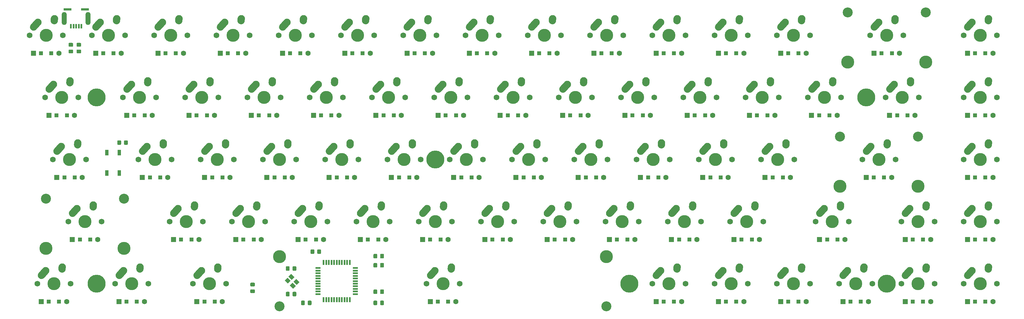
<source format=gbs>
G04 #@! TF.GenerationSoftware,KiCad,Pcbnew,(5.1.9-1-g591a07d2d9)-1*
G04 #@! TF.CreationDate,2021-07-12T22:14:49-06:00*
G04 #@! TF.ProjectId,keyboard-layout,6b657962-6f61-4726-942d-6c61796f7574,rev?*
G04 #@! TF.SameCoordinates,Original*
G04 #@! TF.FileFunction,Soldermask,Bot*
G04 #@! TF.FilePolarity,Negative*
%FSLAX46Y46*%
G04 Gerber Fmt 4.6, Leading zero omitted, Abs format (unit mm)*
G04 Created by KiCad (PCBNEW (5.1.9-1-g591a07d2d9)-1) date 2021-07-12 22:14:49*
%MOMM*%
%LPD*%
G01*
G04 APERTURE LIST*
%ADD10C,1.750000*%
%ADD11C,2.250000*%
%ADD12C,3.987800*%
%ADD13C,3.048000*%
%ADD14R,0.550000X1.500000*%
%ADD15R,1.500000X0.550000*%
%ADD16C,1.600000*%
%ADD17R,1.600000X1.600000*%
%ADD18R,1.200000X1.200000*%
%ADD19R,2.350000X0.800000*%
%ADD20R,0.500000X1.400000*%
%ADD21O,1.500000X4.000000*%
%ADD22R,1.000000X1.700000*%
%ADD23C,0.100000*%
%ADD24C,5.500000*%
G04 APERTURE END LIST*
D10*
X158430000Y-48575000D03*
X148270000Y-48575000D03*
D11*
X150850000Y-44575000D03*
D12*
X153350000Y-48575000D03*
G36*
G01*
X148788688Y-46872350D02*
X148788683Y-46872345D01*
G75*
G02*
X148702655Y-45283683I751317J837345D01*
G01*
X150012657Y-43823683D01*
G75*
G02*
X151601319Y-43737655I837345J-751317D01*
G01*
X151601319Y-43737655D01*
G75*
G02*
X151687347Y-45326317I-751317J-837345D01*
G01*
X150377345Y-46786317D01*
G75*
G02*
X148788683Y-46872345I-837345J751317D01*
G01*
G37*
D11*
X155890000Y-43495000D03*
G36*
G01*
X155773483Y-45197395D02*
X155772597Y-45197334D01*
G75*
G02*
X154727666Y-43997597I77403J1122334D01*
G01*
X154767666Y-43417597D01*
G75*
G02*
X155967403Y-42372666I1122334J-77403D01*
G01*
X155967403Y-42372666D01*
G75*
G02*
X157012334Y-43572403I-77403J-1122334D01*
G01*
X156972334Y-44152403D01*
G75*
G02*
X155772597Y-45197334I-1122334J77403D01*
G01*
G37*
D12*
X200969488Y-97470000D03*
X100969688Y-97470000D03*
D13*
X200969488Y-112710000D03*
X100969688Y-112710000D03*
D10*
X156049588Y-105725000D03*
X145889588Y-105725000D03*
D11*
X148469588Y-101725000D03*
D12*
X150969588Y-105725000D03*
G36*
G01*
X146408276Y-104022350D02*
X146408271Y-104022345D01*
G75*
G02*
X146322243Y-102433683I751317J837345D01*
G01*
X147632245Y-100973683D01*
G75*
G02*
X149220907Y-100887655I837345J-751317D01*
G01*
X149220907Y-100887655D01*
G75*
G02*
X149306935Y-102476317I-751317J-837345D01*
G01*
X147996933Y-103936317D01*
G75*
G02*
X146408271Y-104022345I-837345J751317D01*
G01*
G37*
D11*
X153509588Y-100645000D03*
G36*
G01*
X153393071Y-102347395D02*
X153392185Y-102347334D01*
G75*
G02*
X152347254Y-101147597I77403J1122334D01*
G01*
X152387254Y-100567597D01*
G75*
G02*
X153586991Y-99522666I1122334J-77403D01*
G01*
X153586991Y-99522666D01*
G75*
G02*
X154631922Y-100722403I-77403J-1122334D01*
G01*
X154591922Y-101302403D01*
G75*
G02*
X153392185Y-102347334I-1122334J77403D01*
G01*
G37*
D10*
X84611250Y-105725000D03*
X74451250Y-105725000D03*
D11*
X77031250Y-101725000D03*
D12*
X79531250Y-105725000D03*
G36*
G01*
X74969938Y-104022350D02*
X74969933Y-104022345D01*
G75*
G02*
X74883905Y-102433683I751317J837345D01*
G01*
X76193907Y-100973683D01*
G75*
G02*
X77782569Y-100887655I837345J-751317D01*
G01*
X77782569Y-100887655D01*
G75*
G02*
X77868597Y-102476317I-751317J-837345D01*
G01*
X76558595Y-103936317D01*
G75*
G02*
X74969933Y-104022345I-837345J751317D01*
G01*
G37*
D11*
X82071250Y-100645000D03*
G36*
G01*
X81954733Y-102347395D02*
X81953847Y-102347334D01*
G75*
G02*
X80908916Y-101147597I77403J1122334D01*
G01*
X80948916Y-100567597D01*
G75*
G02*
X82148653Y-99522666I1122334J-77403D01*
G01*
X82148653Y-99522666D01*
G75*
G02*
X83193584Y-100722403I-77403J-1122334D01*
G01*
X83153584Y-101302403D01*
G75*
G02*
X81953847Y-102347334I-1122334J77403D01*
G01*
G37*
D14*
X122425000Y-110625000D03*
X121625000Y-110625000D03*
X120825000Y-110625000D03*
X120025000Y-110625000D03*
X119225000Y-110625000D03*
X118425000Y-110625000D03*
X117625000Y-110625000D03*
X116825000Y-110625000D03*
X116025000Y-110625000D03*
X115225000Y-110625000D03*
X114425000Y-110625000D03*
D15*
X112725000Y-108925000D03*
X112725000Y-108125000D03*
X112725000Y-107325000D03*
X112725000Y-106525000D03*
X112725000Y-105725000D03*
X112725000Y-104925000D03*
X112725000Y-104125000D03*
X112725000Y-103325000D03*
X112725000Y-102525000D03*
X112725000Y-101725000D03*
X112725000Y-100925000D03*
D14*
X114425000Y-99225000D03*
X115225000Y-99225000D03*
X116025000Y-99225000D03*
X116825000Y-99225000D03*
X117625000Y-99225000D03*
X118425000Y-99225000D03*
X119225000Y-99225000D03*
X120025000Y-99225000D03*
X120825000Y-99225000D03*
X121625000Y-99225000D03*
X122425000Y-99225000D03*
D15*
X124125000Y-100925000D03*
X124125000Y-101725000D03*
X124125000Y-102525000D03*
X124125000Y-103325000D03*
X124125000Y-104125000D03*
X124125000Y-104925000D03*
X124125000Y-105725000D03*
X124125000Y-106525000D03*
X124125000Y-107325000D03*
X124125000Y-108125000D03*
X124125000Y-108925000D03*
D12*
X53369250Y-94930000D03*
X29493250Y-94930000D03*
D13*
X53369250Y-79690000D03*
X29493250Y-79690000D03*
D10*
X46511250Y-86675000D03*
X36351250Y-86675000D03*
D11*
X38931250Y-82675000D03*
D12*
X41431250Y-86675000D03*
G36*
G01*
X36869938Y-84972350D02*
X36869933Y-84972345D01*
G75*
G02*
X36783905Y-83383683I751317J837345D01*
G01*
X38093907Y-81923683D01*
G75*
G02*
X39682569Y-81837655I837345J-751317D01*
G01*
X39682569Y-81837655D01*
G75*
G02*
X39768597Y-83426317I-751317J-837345D01*
G01*
X38458595Y-84886317D01*
G75*
G02*
X36869933Y-84972345I-837345J751317D01*
G01*
G37*
D11*
X43971250Y-81595000D03*
G36*
G01*
X43854733Y-83297395D02*
X43853847Y-83297334D01*
G75*
G02*
X42808916Y-82097597I77403J1122334D01*
G01*
X42848916Y-81517597D01*
G75*
G02*
X44048653Y-80472666I1122334J-77403D01*
G01*
X44048653Y-80472666D01*
G75*
G02*
X45093584Y-81672403I-77403J-1122334D01*
G01*
X45053584Y-82252403D01*
G75*
G02*
X43853847Y-83297334I-1122334J77403D01*
G01*
G37*
D10*
X272730000Y-48575000D03*
X262570000Y-48575000D03*
D11*
X265150000Y-44575000D03*
D12*
X267650000Y-48575000D03*
G36*
G01*
X263088688Y-46872350D02*
X263088683Y-46872345D01*
G75*
G02*
X263002655Y-45283683I751317J837345D01*
G01*
X264312657Y-43823683D01*
G75*
G02*
X265901319Y-43737655I837345J-751317D01*
G01*
X265901319Y-43737655D01*
G75*
G02*
X265987347Y-45326317I-751317J-837345D01*
G01*
X264677345Y-46786317D01*
G75*
G02*
X263088683Y-46872345I-837345J751317D01*
G01*
G37*
D11*
X270190000Y-43495000D03*
G36*
G01*
X270073483Y-45197395D02*
X270072597Y-45197334D01*
G75*
G02*
X269027666Y-43997597I77403J1122334D01*
G01*
X269067666Y-43417597D01*
G75*
G02*
X270267403Y-42372666I1122334J-77403D01*
G01*
X270267403Y-42372666D01*
G75*
G02*
X271312334Y-43572403I-77403J-1122334D01*
G01*
X271272334Y-44152403D01*
G75*
G02*
X270072597Y-45197334I-1122334J77403D01*
G01*
G37*
D10*
X96517500Y-86675000D03*
X86357500Y-86675000D03*
D11*
X88937500Y-82675000D03*
D12*
X91437500Y-86675000D03*
G36*
G01*
X86876188Y-84972350D02*
X86876183Y-84972345D01*
G75*
G02*
X86790155Y-83383683I751317J837345D01*
G01*
X88100157Y-81923683D01*
G75*
G02*
X89688819Y-81837655I837345J-751317D01*
G01*
X89688819Y-81837655D01*
G75*
G02*
X89774847Y-83426317I-751317J-837345D01*
G01*
X88464845Y-84886317D01*
G75*
G02*
X86876183Y-84972345I-837345J751317D01*
G01*
G37*
D11*
X93977500Y-81595000D03*
G36*
G01*
X93860983Y-83297395D02*
X93860097Y-83297334D01*
G75*
G02*
X92815166Y-82097597I77403J1122334D01*
G01*
X92855166Y-81517597D01*
G75*
G02*
X94054903Y-80472666I1122334J-77403D01*
G01*
X94054903Y-80472666D01*
G75*
G02*
X95099834Y-81672403I-77403J-1122334D01*
G01*
X95059834Y-82252403D01*
G75*
G02*
X93860097Y-83297334I-1122334J77403D01*
G01*
G37*
D10*
X63180000Y-48575000D03*
X53020000Y-48575000D03*
D11*
X55600000Y-44575000D03*
D12*
X58100000Y-48575000D03*
G36*
G01*
X53538688Y-46872350D02*
X53538683Y-46872345D01*
G75*
G02*
X53452655Y-45283683I751317J837345D01*
G01*
X54762657Y-43823683D01*
G75*
G02*
X56351319Y-43737655I837345J-751317D01*
G01*
X56351319Y-43737655D01*
G75*
G02*
X56437347Y-45326317I-751317J-837345D01*
G01*
X55127345Y-46786317D01*
G75*
G02*
X53538683Y-46872345I-837345J751317D01*
G01*
G37*
D11*
X60640000Y-43495000D03*
G36*
G01*
X60523483Y-45197395D02*
X60522597Y-45197334D01*
G75*
G02*
X59477666Y-43997597I77403J1122334D01*
G01*
X59517666Y-43417597D01*
G75*
G02*
X60717403Y-42372666I1122334J-77403D01*
G01*
X60717403Y-42372666D01*
G75*
G02*
X61762334Y-43572403I-77403J-1122334D01*
G01*
X61722334Y-44152403D01*
G75*
G02*
X60522597Y-45197334I-1122334J77403D01*
G01*
G37*
D10*
X34605000Y-29525000D03*
X24445000Y-29525000D03*
D11*
X27025000Y-25525000D03*
D12*
X29525000Y-29525000D03*
G36*
G01*
X24963688Y-27822350D02*
X24963683Y-27822345D01*
G75*
G02*
X24877655Y-26233683I751317J837345D01*
G01*
X26187657Y-24773683D01*
G75*
G02*
X27776319Y-24687655I837345J-751317D01*
G01*
X27776319Y-24687655D01*
G75*
G02*
X27862347Y-26276317I-751317J-837345D01*
G01*
X26552345Y-27736317D01*
G75*
G02*
X24963683Y-27822345I-837345J751317D01*
G01*
G37*
D11*
X32065000Y-24445000D03*
G36*
G01*
X31948483Y-26147395D02*
X31947597Y-26147334D01*
G75*
G02*
X30902666Y-24947597I77403J1122334D01*
G01*
X30942666Y-24367597D01*
G75*
G02*
X32142403Y-23322666I1122334J-77403D01*
G01*
X32142403Y-23322666D01*
G75*
G02*
X33187334Y-24522403I-77403J-1122334D01*
G01*
X33147334Y-25102403D01*
G75*
G02*
X31947597Y-26147334I-1122334J77403D01*
G01*
G37*
D10*
X296542500Y-48575000D03*
X286382500Y-48575000D03*
D11*
X288962500Y-44575000D03*
D12*
X291462500Y-48575000D03*
G36*
G01*
X286901188Y-46872350D02*
X286901183Y-46872345D01*
G75*
G02*
X286815155Y-45283683I751317J837345D01*
G01*
X288125157Y-43823683D01*
G75*
G02*
X289713819Y-43737655I837345J-751317D01*
G01*
X289713819Y-43737655D01*
G75*
G02*
X289799847Y-45326317I-751317J-837345D01*
G01*
X288489845Y-46786317D01*
G75*
G02*
X286901183Y-46872345I-837345J751317D01*
G01*
G37*
D11*
X294002500Y-43495000D03*
G36*
G01*
X293885983Y-45197395D02*
X293885097Y-45197334D01*
G75*
G02*
X292840166Y-43997597I77403J1122334D01*
G01*
X292880166Y-43417597D01*
G75*
G02*
X294079903Y-42372666I1122334J-77403D01*
G01*
X294079903Y-42372666D01*
G75*
G02*
X295124834Y-43572403I-77403J-1122334D01*
G01*
X295084834Y-44152403D01*
G75*
G02*
X293885097Y-45197334I-1122334J77403D01*
G01*
G37*
D10*
X115567500Y-86675000D03*
X105407500Y-86675000D03*
D11*
X107987500Y-82675000D03*
D12*
X110487500Y-86675000D03*
G36*
G01*
X105926188Y-84972350D02*
X105926183Y-84972345D01*
G75*
G02*
X105840155Y-83383683I751317J837345D01*
G01*
X107150157Y-81923683D01*
G75*
G02*
X108738819Y-81837655I837345J-751317D01*
G01*
X108738819Y-81837655D01*
G75*
G02*
X108824847Y-83426317I-751317J-837345D01*
G01*
X107514845Y-84886317D01*
G75*
G02*
X105926183Y-84972345I-837345J751317D01*
G01*
G37*
D11*
X113027500Y-81595000D03*
G36*
G01*
X112910983Y-83297395D02*
X112910097Y-83297334D01*
G75*
G02*
X111865166Y-82097597I77403J1122334D01*
G01*
X111905166Y-81517597D01*
G75*
G02*
X113104903Y-80472666I1122334J-77403D01*
G01*
X113104903Y-80472666D01*
G75*
G02*
X114149834Y-81672403I-77403J-1122334D01*
G01*
X114109834Y-82252403D01*
G75*
G02*
X112910097Y-83297334I-1122334J77403D01*
G01*
G37*
D16*
X83450000Y-111250000D03*
D17*
X75650000Y-111250000D03*
D18*
X77975000Y-111250000D03*
X81125000Y-111250000D03*
D10*
X82230000Y-48575000D03*
X72070000Y-48575000D03*
D11*
X74650000Y-44575000D03*
D12*
X77150000Y-48575000D03*
G36*
G01*
X72588688Y-46872350D02*
X72588683Y-46872345D01*
G75*
G02*
X72502655Y-45283683I751317J837345D01*
G01*
X73812657Y-43823683D01*
G75*
G02*
X75401319Y-43737655I837345J-751317D01*
G01*
X75401319Y-43737655D01*
G75*
G02*
X75487347Y-45326317I-751317J-837345D01*
G01*
X74177345Y-46786317D01*
G75*
G02*
X72588683Y-46872345I-837345J751317D01*
G01*
G37*
D11*
X79690000Y-43495000D03*
G36*
G01*
X79573483Y-45197395D02*
X79572597Y-45197334D01*
G75*
G02*
X78527666Y-43997597I77403J1122334D01*
G01*
X78567666Y-43417597D01*
G75*
G02*
X79767403Y-42372666I1122334J-77403D01*
G01*
X79767403Y-42372666D01*
G75*
G02*
X80812334Y-43572403I-77403J-1122334D01*
G01*
X80772334Y-44152403D01*
G75*
G02*
X79572597Y-45197334I-1122334J77403D01*
G01*
G37*
D10*
X225105000Y-29525000D03*
X214945000Y-29525000D03*
D11*
X217525000Y-25525000D03*
D12*
X220025000Y-29525000D03*
G36*
G01*
X215463688Y-27822350D02*
X215463683Y-27822345D01*
G75*
G02*
X215377655Y-26233683I751317J837345D01*
G01*
X216687657Y-24773683D01*
G75*
G02*
X218276319Y-24687655I837345J-751317D01*
G01*
X218276319Y-24687655D01*
G75*
G02*
X218362347Y-26276317I-751317J-837345D01*
G01*
X217052345Y-27736317D01*
G75*
G02*
X215463683Y-27822345I-837345J751317D01*
G01*
G37*
D11*
X222565000Y-24445000D03*
G36*
G01*
X222448483Y-26147395D02*
X222447597Y-26147334D01*
G75*
G02*
X221402666Y-24947597I77403J1122334D01*
G01*
X221442666Y-24367597D01*
G75*
G02*
X222642403Y-23322666I1122334J-77403D01*
G01*
X222642403Y-23322666D01*
G75*
G02*
X223687334Y-24522403I-77403J-1122334D01*
G01*
X223647334Y-25102403D01*
G75*
G02*
X222447597Y-26147334I-1122334J77403D01*
G01*
G37*
D10*
X196530000Y-48575000D03*
X186370000Y-48575000D03*
D11*
X188950000Y-44575000D03*
D12*
X191450000Y-48575000D03*
G36*
G01*
X186888688Y-46872350D02*
X186888683Y-46872345D01*
G75*
G02*
X186802655Y-45283683I751317J837345D01*
G01*
X188112657Y-43823683D01*
G75*
G02*
X189701319Y-43737655I837345J-751317D01*
G01*
X189701319Y-43737655D01*
G75*
G02*
X189787347Y-45326317I-751317J-837345D01*
G01*
X188477345Y-46786317D01*
G75*
G02*
X186888683Y-46872345I-837345J751317D01*
G01*
G37*
D11*
X193990000Y-43495000D03*
G36*
G01*
X193873483Y-45197395D02*
X193872597Y-45197334D01*
G75*
G02*
X192827666Y-43997597I77403J1122334D01*
G01*
X192867666Y-43417597D01*
G75*
G02*
X194067403Y-42372666I1122334J-77403D01*
G01*
X194067403Y-42372666D01*
G75*
G02*
X195112334Y-43572403I-77403J-1122334D01*
G01*
X195072334Y-44152403D01*
G75*
G02*
X193872597Y-45197334I-1122334J77403D01*
G01*
G37*
D10*
X39367500Y-48575000D03*
X29207500Y-48575000D03*
D11*
X31787500Y-44575000D03*
D12*
X34287500Y-48575000D03*
G36*
G01*
X29726188Y-46872350D02*
X29726183Y-46872345D01*
G75*
G02*
X29640155Y-45283683I751317J837345D01*
G01*
X30950157Y-43823683D01*
G75*
G02*
X32538819Y-43737655I837345J-751317D01*
G01*
X32538819Y-43737655D01*
G75*
G02*
X32624847Y-45326317I-751317J-837345D01*
G01*
X31314845Y-46786317D01*
G75*
G02*
X29726183Y-46872345I-837345J751317D01*
G01*
G37*
D11*
X36827500Y-43495000D03*
G36*
G01*
X36710983Y-45197395D02*
X36710097Y-45197334D01*
G75*
G02*
X35665166Y-43997597I77403J1122334D01*
G01*
X35705166Y-43417597D01*
G75*
G02*
X36904903Y-42372666I1122334J-77403D01*
G01*
X36904903Y-42372666D01*
G75*
G02*
X37949834Y-43572403I-77403J-1122334D01*
G01*
X37909834Y-44152403D01*
G75*
G02*
X36710097Y-45197334I-1122334J77403D01*
G01*
G37*
D10*
X77467500Y-86675000D03*
X67307500Y-86675000D03*
D11*
X69887500Y-82675000D03*
D12*
X72387500Y-86675000D03*
G36*
G01*
X67826188Y-84972350D02*
X67826183Y-84972345D01*
G75*
G02*
X67740155Y-83383683I751317J837345D01*
G01*
X69050157Y-81923683D01*
G75*
G02*
X70638819Y-81837655I837345J-751317D01*
G01*
X70638819Y-81837655D01*
G75*
G02*
X70724847Y-83426317I-751317J-837345D01*
G01*
X69414845Y-84886317D01*
G75*
G02*
X67826183Y-84972345I-837345J751317D01*
G01*
G37*
D11*
X74927500Y-81595000D03*
G36*
G01*
X74810983Y-83297395D02*
X74810097Y-83297334D01*
G75*
G02*
X73765166Y-82097597I77403J1122334D01*
G01*
X73805166Y-81517597D01*
G75*
G02*
X75004903Y-80472666I1122334J-77403D01*
G01*
X75004903Y-80472666D01*
G75*
G02*
X76049834Y-81672403I-77403J-1122334D01*
G01*
X76009834Y-82252403D01*
G75*
G02*
X74810097Y-83297334I-1122334J77403D01*
G01*
G37*
D10*
X60798750Y-105725000D03*
X50638750Y-105725000D03*
D11*
X53218750Y-101725000D03*
D12*
X55718750Y-105725000D03*
G36*
G01*
X51157438Y-104022350D02*
X51157433Y-104022345D01*
G75*
G02*
X51071405Y-102433683I751317J837345D01*
G01*
X52381407Y-100973683D01*
G75*
G02*
X53970069Y-100887655I837345J-751317D01*
G01*
X53970069Y-100887655D01*
G75*
G02*
X54056097Y-102476317I-751317J-837345D01*
G01*
X52746095Y-103936317D01*
G75*
G02*
X51157433Y-104022345I-837345J751317D01*
G01*
G37*
D11*
X58258750Y-100645000D03*
G36*
G01*
X58142233Y-102347395D02*
X58141347Y-102347334D01*
G75*
G02*
X57096416Y-101147597I77403J1122334D01*
G01*
X57136416Y-100567597D01*
G75*
G02*
X58336153Y-99522666I1122334J-77403D01*
G01*
X58336153Y-99522666D01*
G75*
G02*
X59381084Y-100722403I-77403J-1122334D01*
G01*
X59341084Y-101302403D01*
G75*
G02*
X58141347Y-102347334I-1122334J77403D01*
G01*
G37*
D10*
X134617500Y-86675000D03*
X124457500Y-86675000D03*
D11*
X127037500Y-82675000D03*
D12*
X129537500Y-86675000D03*
G36*
G01*
X124976188Y-84972350D02*
X124976183Y-84972345D01*
G75*
G02*
X124890155Y-83383683I751317J837345D01*
G01*
X126200157Y-81923683D01*
G75*
G02*
X127788819Y-81837655I837345J-751317D01*
G01*
X127788819Y-81837655D01*
G75*
G02*
X127874847Y-83426317I-751317J-837345D01*
G01*
X126564845Y-84886317D01*
G75*
G02*
X124976183Y-84972345I-837345J751317D01*
G01*
G37*
D11*
X132077500Y-81595000D03*
G36*
G01*
X131960983Y-83297395D02*
X131960097Y-83297334D01*
G75*
G02*
X130915166Y-82097597I77403J1122334D01*
G01*
X130955166Y-81517597D01*
G75*
G02*
X132154903Y-80472666I1122334J-77403D01*
G01*
X132154903Y-80472666D01*
G75*
G02*
X133199834Y-81672403I-77403J-1122334D01*
G01*
X133159834Y-82252403D01*
G75*
G02*
X131960097Y-83297334I-1122334J77403D01*
G01*
G37*
D10*
X301305000Y-86675000D03*
X291145000Y-86675000D03*
D11*
X293725000Y-82675000D03*
D12*
X296225000Y-86675000D03*
G36*
G01*
X291663688Y-84972350D02*
X291663683Y-84972345D01*
G75*
G02*
X291577655Y-83383683I751317J837345D01*
G01*
X292887657Y-81923683D01*
G75*
G02*
X294476319Y-81837655I837345J-751317D01*
G01*
X294476319Y-81837655D01*
G75*
G02*
X294562347Y-83426317I-751317J-837345D01*
G01*
X293252345Y-84886317D01*
G75*
G02*
X291663683Y-84972345I-837345J751317D01*
G01*
G37*
D11*
X298765000Y-81595000D03*
G36*
G01*
X298648483Y-83297395D02*
X298647597Y-83297334D01*
G75*
G02*
X297602666Y-82097597I77403J1122334D01*
G01*
X297642666Y-81517597D01*
G75*
G02*
X298842403Y-80472666I1122334J-77403D01*
G01*
X298842403Y-80472666D01*
G75*
G02*
X299887334Y-81672403I-77403J-1122334D01*
G01*
X299847334Y-82252403D01*
G75*
G02*
X298647597Y-83297334I-1122334J77403D01*
G01*
G37*
D10*
X177480000Y-48575000D03*
X167320000Y-48575000D03*
D11*
X169900000Y-44575000D03*
D12*
X172400000Y-48575000D03*
G36*
G01*
X167838688Y-46872350D02*
X167838683Y-46872345D01*
G75*
G02*
X167752655Y-45283683I751317J837345D01*
G01*
X169062657Y-43823683D01*
G75*
G02*
X170651319Y-43737655I837345J-751317D01*
G01*
X170651319Y-43737655D01*
G75*
G02*
X170737347Y-45326317I-751317J-837345D01*
G01*
X169427345Y-46786317D01*
G75*
G02*
X167838683Y-46872345I-837345J751317D01*
G01*
G37*
D11*
X174940000Y-43495000D03*
G36*
G01*
X174823483Y-45197395D02*
X174822597Y-45197334D01*
G75*
G02*
X173777666Y-43997597I77403J1122334D01*
G01*
X173817666Y-43417597D01*
G75*
G02*
X175017403Y-42372666I1122334J-77403D01*
G01*
X175017403Y-42372666D01*
G75*
G02*
X176062334Y-43572403I-77403J-1122334D01*
G01*
X176022334Y-44152403D01*
G75*
G02*
X174822597Y-45197334I-1122334J77403D01*
G01*
G37*
D10*
X139380000Y-48575000D03*
X129220000Y-48575000D03*
D11*
X131800000Y-44575000D03*
D12*
X134300000Y-48575000D03*
G36*
G01*
X129738688Y-46872350D02*
X129738683Y-46872345D01*
G75*
G02*
X129652655Y-45283683I751317J837345D01*
G01*
X130962657Y-43823683D01*
G75*
G02*
X132551319Y-43737655I837345J-751317D01*
G01*
X132551319Y-43737655D01*
G75*
G02*
X132637347Y-45326317I-751317J-837345D01*
G01*
X131327345Y-46786317D01*
G75*
G02*
X129738683Y-46872345I-837345J751317D01*
G01*
G37*
D11*
X136840000Y-43495000D03*
G36*
G01*
X136723483Y-45197395D02*
X136722597Y-45197334D01*
G75*
G02*
X135677666Y-43997597I77403J1122334D01*
G01*
X135717666Y-43417597D01*
G75*
G02*
X136917403Y-42372666I1122334J-77403D01*
G01*
X136917403Y-42372666D01*
G75*
G02*
X137962334Y-43572403I-77403J-1122334D01*
G01*
X137922334Y-44152403D01*
G75*
G02*
X136722597Y-45197334I-1122334J77403D01*
G01*
G37*
D10*
X248917500Y-86675000D03*
X238757500Y-86675000D03*
D11*
X241337500Y-82675000D03*
D12*
X243837500Y-86675000D03*
G36*
G01*
X239276188Y-84972350D02*
X239276183Y-84972345D01*
G75*
G02*
X239190155Y-83383683I751317J837345D01*
G01*
X240500157Y-81923683D01*
G75*
G02*
X242088819Y-81837655I837345J-751317D01*
G01*
X242088819Y-81837655D01*
G75*
G02*
X242174847Y-83426317I-751317J-837345D01*
G01*
X240864845Y-84886317D01*
G75*
G02*
X239276183Y-84972345I-837345J751317D01*
G01*
G37*
D11*
X246377500Y-81595000D03*
G36*
G01*
X246260983Y-83297395D02*
X246260097Y-83297334D01*
G75*
G02*
X245215166Y-82097597I77403J1122334D01*
G01*
X245255166Y-81517597D01*
G75*
G02*
X246454903Y-80472666I1122334J-77403D01*
G01*
X246454903Y-80472666D01*
G75*
G02*
X247499834Y-81672403I-77403J-1122334D01*
G01*
X247459834Y-82252403D01*
G75*
G02*
X246260097Y-83297334I-1122334J77403D01*
G01*
G37*
D10*
X275111250Y-86675000D03*
X264951250Y-86675000D03*
D11*
X267531250Y-82675000D03*
D12*
X270031250Y-86675000D03*
G36*
G01*
X265469938Y-84972350D02*
X265469933Y-84972345D01*
G75*
G02*
X265383905Y-83383683I751317J837345D01*
G01*
X266693907Y-81923683D01*
G75*
G02*
X268282569Y-81837655I837345J-751317D01*
G01*
X268282569Y-81837655D01*
G75*
G02*
X268368597Y-83426317I-751317J-837345D01*
G01*
X267058595Y-84886317D01*
G75*
G02*
X265469933Y-84972345I-837345J751317D01*
G01*
G37*
D11*
X272571250Y-81595000D03*
G36*
G01*
X272454733Y-83297395D02*
X272453847Y-83297334D01*
G75*
G02*
X271408916Y-82097597I77403J1122334D01*
G01*
X271448916Y-81517597D01*
G75*
G02*
X272648653Y-80472666I1122334J-77403D01*
G01*
X272648653Y-80472666D01*
G75*
G02*
X273693584Y-81672403I-77403J-1122334D01*
G01*
X273653584Y-82252403D01*
G75*
G02*
X272453847Y-83297334I-1122334J77403D01*
G01*
G37*
D10*
X239392500Y-67625000D03*
X229232500Y-67625000D03*
D11*
X231812500Y-63625000D03*
D12*
X234312500Y-67625000D03*
G36*
G01*
X229751188Y-65922350D02*
X229751183Y-65922345D01*
G75*
G02*
X229665155Y-64333683I751317J837345D01*
G01*
X230975157Y-62873683D01*
G75*
G02*
X232563819Y-62787655I837345J-751317D01*
G01*
X232563819Y-62787655D01*
G75*
G02*
X232649847Y-64376317I-751317J-837345D01*
G01*
X231339845Y-65836317D01*
G75*
G02*
X229751183Y-65922345I-837345J751317D01*
G01*
G37*
D11*
X236852500Y-62545000D03*
G36*
G01*
X236735983Y-64247395D02*
X236735097Y-64247334D01*
G75*
G02*
X235690166Y-63047597I77403J1122334D01*
G01*
X235730166Y-62467597D01*
G75*
G02*
X236929903Y-61422666I1122334J-77403D01*
G01*
X236929903Y-61422666D01*
G75*
G02*
X237974834Y-62622403I-77403J-1122334D01*
G01*
X237934834Y-63202403D01*
G75*
G02*
X236735097Y-64247334I-1122334J77403D01*
G01*
G37*
D10*
X86992500Y-67625000D03*
X76832500Y-67625000D03*
D11*
X79412500Y-63625000D03*
D12*
X81912500Y-67625000D03*
G36*
G01*
X77351188Y-65922350D02*
X77351183Y-65922345D01*
G75*
G02*
X77265155Y-64333683I751317J837345D01*
G01*
X78575157Y-62873683D01*
G75*
G02*
X80163819Y-62787655I837345J-751317D01*
G01*
X80163819Y-62787655D01*
G75*
G02*
X80249847Y-64376317I-751317J-837345D01*
G01*
X78939845Y-65836317D01*
G75*
G02*
X77351183Y-65922345I-837345J751317D01*
G01*
G37*
D11*
X84452500Y-62545000D03*
G36*
G01*
X84335983Y-64247395D02*
X84335097Y-64247334D01*
G75*
G02*
X83290166Y-63047597I77403J1122334D01*
G01*
X83330166Y-62467597D01*
G75*
G02*
X84529903Y-61422666I1122334J-77403D01*
G01*
X84529903Y-61422666D01*
G75*
G02*
X85574834Y-62622403I-77403J-1122334D01*
G01*
X85534834Y-63202403D01*
G75*
G02*
X84335097Y-64247334I-1122334J77403D01*
G01*
G37*
D10*
X320355000Y-105725000D03*
X310195000Y-105725000D03*
D11*
X312775000Y-101725000D03*
D12*
X315275000Y-105725000D03*
G36*
G01*
X310713688Y-104022350D02*
X310713683Y-104022345D01*
G75*
G02*
X310627655Y-102433683I751317J837345D01*
G01*
X311937657Y-100973683D01*
G75*
G02*
X313526319Y-100887655I837345J-751317D01*
G01*
X313526319Y-100887655D01*
G75*
G02*
X313612347Y-102476317I-751317J-837345D01*
G01*
X312302345Y-103936317D01*
G75*
G02*
X310713683Y-104022345I-837345J751317D01*
G01*
G37*
D11*
X317815000Y-100645000D03*
G36*
G01*
X317698483Y-102347395D02*
X317697597Y-102347334D01*
G75*
G02*
X316652666Y-101147597I77403J1122334D01*
G01*
X316692666Y-100567597D01*
G75*
G02*
X317892403Y-99522666I1122334J-77403D01*
G01*
X317892403Y-99522666D01*
G75*
G02*
X318937334Y-100722403I-77403J-1122334D01*
G01*
X318897334Y-101302403D01*
G75*
G02*
X317697597Y-102347334I-1122334J77403D01*
G01*
G37*
D10*
X120330000Y-48575000D03*
X110170000Y-48575000D03*
D11*
X112750000Y-44575000D03*
D12*
X115250000Y-48575000D03*
G36*
G01*
X110688688Y-46872350D02*
X110688683Y-46872345D01*
G75*
G02*
X110602655Y-45283683I751317J837345D01*
G01*
X111912657Y-43823683D01*
G75*
G02*
X113501319Y-43737655I837345J-751317D01*
G01*
X113501319Y-43737655D01*
G75*
G02*
X113587347Y-45326317I-751317J-837345D01*
G01*
X112277345Y-46786317D01*
G75*
G02*
X110688683Y-46872345I-837345J751317D01*
G01*
G37*
D11*
X117790000Y-43495000D03*
G36*
G01*
X117673483Y-45197395D02*
X117672597Y-45197334D01*
G75*
G02*
X116627666Y-43997597I77403J1122334D01*
G01*
X116667666Y-43417597D01*
G75*
G02*
X117867403Y-42372666I1122334J-77403D01*
G01*
X117867403Y-42372666D01*
G75*
G02*
X118912334Y-43572403I-77403J-1122334D01*
G01*
X118872334Y-44152403D01*
G75*
G02*
X117672597Y-45197334I-1122334J77403D01*
G01*
G37*
D10*
X258442500Y-67625000D03*
X248282500Y-67625000D03*
D11*
X250862500Y-63625000D03*
D12*
X253362500Y-67625000D03*
G36*
G01*
X248801188Y-65922350D02*
X248801183Y-65922345D01*
G75*
G02*
X248715155Y-64333683I751317J837345D01*
G01*
X250025157Y-62873683D01*
G75*
G02*
X251613819Y-62787655I837345J-751317D01*
G01*
X251613819Y-62787655D01*
G75*
G02*
X251699847Y-64376317I-751317J-837345D01*
G01*
X250389845Y-65836317D01*
G75*
G02*
X248801183Y-65922345I-837345J751317D01*
G01*
G37*
D11*
X255902500Y-62545000D03*
G36*
G01*
X255785983Y-64247395D02*
X255785097Y-64247334D01*
G75*
G02*
X254740166Y-63047597I77403J1122334D01*
G01*
X254780166Y-62467597D01*
G75*
G02*
X255979903Y-61422666I1122334J-77403D01*
G01*
X255979903Y-61422666D01*
G75*
G02*
X257024834Y-62622403I-77403J-1122334D01*
G01*
X256984834Y-63202403D01*
G75*
G02*
X255785097Y-64247334I-1122334J77403D01*
G01*
G37*
D10*
X320355000Y-67625000D03*
X310195000Y-67625000D03*
D11*
X312775000Y-63625000D03*
D12*
X315275000Y-67625000D03*
G36*
G01*
X310713688Y-65922350D02*
X310713683Y-65922345D01*
G75*
G02*
X310627655Y-64333683I751317J837345D01*
G01*
X311937657Y-62873683D01*
G75*
G02*
X313526319Y-62787655I837345J-751317D01*
G01*
X313526319Y-62787655D01*
G75*
G02*
X313612347Y-64376317I-751317J-837345D01*
G01*
X312302345Y-65836317D01*
G75*
G02*
X310713683Y-65922345I-837345J751317D01*
G01*
G37*
D11*
X317815000Y-62545000D03*
G36*
G01*
X317698483Y-64247395D02*
X317697597Y-64247334D01*
G75*
G02*
X316652666Y-63047597I77403J1122334D01*
G01*
X316692666Y-62467597D01*
G75*
G02*
X317892403Y-61422666I1122334J-77403D01*
G01*
X317892403Y-61422666D01*
G75*
G02*
X318937334Y-62622403I-77403J-1122334D01*
G01*
X318897334Y-63202403D01*
G75*
G02*
X317697597Y-64247334I-1122334J77403D01*
G01*
G37*
D10*
X320355000Y-86675000D03*
X310195000Y-86675000D03*
D11*
X312775000Y-82675000D03*
D12*
X315275000Y-86675000D03*
G36*
G01*
X310713688Y-84972350D02*
X310713683Y-84972345D01*
G75*
G02*
X310627655Y-83383683I751317J837345D01*
G01*
X311937657Y-81923683D01*
G75*
G02*
X313526319Y-81837655I837345J-751317D01*
G01*
X313526319Y-81837655D01*
G75*
G02*
X313612347Y-83426317I-751317J-837345D01*
G01*
X312302345Y-84886317D01*
G75*
G02*
X310713683Y-84972345I-837345J751317D01*
G01*
G37*
D11*
X317815000Y-81595000D03*
G36*
G01*
X317698483Y-83297395D02*
X317697597Y-83297334D01*
G75*
G02*
X316652666Y-82097597I77403J1122334D01*
G01*
X316692666Y-81517597D01*
G75*
G02*
X317892403Y-80472666I1122334J-77403D01*
G01*
X317892403Y-80472666D01*
G75*
G02*
X318937334Y-81672403I-77403J-1122334D01*
G01*
X318897334Y-82252403D01*
G75*
G02*
X317697597Y-83297334I-1122334J77403D01*
G01*
G37*
D10*
X234630000Y-48575000D03*
X224470000Y-48575000D03*
D11*
X227050000Y-44575000D03*
D12*
X229550000Y-48575000D03*
G36*
G01*
X224988688Y-46872350D02*
X224988683Y-46872345D01*
G75*
G02*
X224902655Y-45283683I751317J837345D01*
G01*
X226212657Y-43823683D01*
G75*
G02*
X227801319Y-43737655I837345J-751317D01*
G01*
X227801319Y-43737655D01*
G75*
G02*
X227887347Y-45326317I-751317J-837345D01*
G01*
X226577345Y-46786317D01*
G75*
G02*
X224988683Y-46872345I-837345J751317D01*
G01*
G37*
D11*
X232090000Y-43495000D03*
G36*
G01*
X231973483Y-45197395D02*
X231972597Y-45197334D01*
G75*
G02*
X230927666Y-43997597I77403J1122334D01*
G01*
X230967666Y-43417597D01*
G75*
G02*
X232167403Y-42372666I1122334J-77403D01*
G01*
X232167403Y-42372666D01*
G75*
G02*
X233212334Y-43572403I-77403J-1122334D01*
G01*
X233172334Y-44152403D01*
G75*
G02*
X231972597Y-45197334I-1122334J77403D01*
G01*
G37*
D10*
X215580000Y-48575000D03*
X205420000Y-48575000D03*
D11*
X208000000Y-44575000D03*
D12*
X210500000Y-48575000D03*
G36*
G01*
X205938688Y-46872350D02*
X205938683Y-46872345D01*
G75*
G02*
X205852655Y-45283683I751317J837345D01*
G01*
X207162657Y-43823683D01*
G75*
G02*
X208751319Y-43737655I837345J-751317D01*
G01*
X208751319Y-43737655D01*
G75*
G02*
X208837347Y-45326317I-751317J-837345D01*
G01*
X207527345Y-46786317D01*
G75*
G02*
X205938683Y-46872345I-837345J751317D01*
G01*
G37*
D11*
X213040000Y-43495000D03*
G36*
G01*
X212923483Y-45197395D02*
X212922597Y-45197334D01*
G75*
G02*
X211877666Y-43997597I77403J1122334D01*
G01*
X211917666Y-43417597D01*
G75*
G02*
X213117403Y-42372666I1122334J-77403D01*
G01*
X213117403Y-42372666D01*
G75*
G02*
X214162334Y-43572403I-77403J-1122334D01*
G01*
X214122334Y-44152403D01*
G75*
G02*
X212922597Y-45197334I-1122334J77403D01*
G01*
G37*
D10*
X172717500Y-86675000D03*
X162557500Y-86675000D03*
D11*
X165137500Y-82675000D03*
D12*
X167637500Y-86675000D03*
G36*
G01*
X163076188Y-84972350D02*
X163076183Y-84972345D01*
G75*
G02*
X162990155Y-83383683I751317J837345D01*
G01*
X164300157Y-81923683D01*
G75*
G02*
X165888819Y-81837655I837345J-751317D01*
G01*
X165888819Y-81837655D01*
G75*
G02*
X165974847Y-83426317I-751317J-837345D01*
G01*
X164664845Y-84886317D01*
G75*
G02*
X163076183Y-84972345I-837345J751317D01*
G01*
G37*
D11*
X170177500Y-81595000D03*
G36*
G01*
X170060983Y-83297395D02*
X170060097Y-83297334D01*
G75*
G02*
X169015166Y-82097597I77403J1122334D01*
G01*
X169055166Y-81517597D01*
G75*
G02*
X170254903Y-80472666I1122334J-77403D01*
G01*
X170254903Y-80472666D01*
G75*
G02*
X171299834Y-81672403I-77403J-1122334D01*
G01*
X171259834Y-82252403D01*
G75*
G02*
X170060097Y-83297334I-1122334J77403D01*
G01*
G37*
D10*
X244155000Y-29525000D03*
X233995000Y-29525000D03*
D11*
X236575000Y-25525000D03*
D12*
X239075000Y-29525000D03*
G36*
G01*
X234513688Y-27822350D02*
X234513683Y-27822345D01*
G75*
G02*
X234427655Y-26233683I751317J837345D01*
G01*
X235737657Y-24773683D01*
G75*
G02*
X237326319Y-24687655I837345J-751317D01*
G01*
X237326319Y-24687655D01*
G75*
G02*
X237412347Y-26276317I-751317J-837345D01*
G01*
X236102345Y-27736317D01*
G75*
G02*
X234513683Y-27822345I-837345J751317D01*
G01*
G37*
D11*
X241615000Y-24445000D03*
G36*
G01*
X241498483Y-26147395D02*
X241497597Y-26147334D01*
G75*
G02*
X240452666Y-24947597I77403J1122334D01*
G01*
X240492666Y-24367597D01*
G75*
G02*
X241692403Y-23322666I1122334J-77403D01*
G01*
X241692403Y-23322666D01*
G75*
G02*
X242737334Y-24522403I-77403J-1122334D01*
G01*
X242697334Y-25102403D01*
G75*
G02*
X241497597Y-26147334I-1122334J77403D01*
G01*
G37*
D10*
X191767500Y-86675000D03*
X181607500Y-86675000D03*
D11*
X184187500Y-82675000D03*
D12*
X186687500Y-86675000D03*
G36*
G01*
X182126188Y-84972350D02*
X182126183Y-84972345D01*
G75*
G02*
X182040155Y-83383683I751317J837345D01*
G01*
X183350157Y-81923683D01*
G75*
G02*
X184938819Y-81837655I837345J-751317D01*
G01*
X184938819Y-81837655D01*
G75*
G02*
X185024847Y-83426317I-751317J-837345D01*
G01*
X183714845Y-84886317D01*
G75*
G02*
X182126183Y-84972345I-837345J751317D01*
G01*
G37*
D11*
X189227500Y-81595000D03*
G36*
G01*
X189110983Y-83297395D02*
X189110097Y-83297334D01*
G75*
G02*
X188065166Y-82097597I77403J1122334D01*
G01*
X188105166Y-81517597D01*
G75*
G02*
X189304903Y-80472666I1122334J-77403D01*
G01*
X189304903Y-80472666D01*
G75*
G02*
X190349834Y-81672403I-77403J-1122334D01*
G01*
X190309834Y-82252403D01*
G75*
G02*
X189110097Y-83297334I-1122334J77403D01*
G01*
G37*
D10*
X282255000Y-105725000D03*
X272095000Y-105725000D03*
D11*
X274675000Y-101725000D03*
D12*
X277175000Y-105725000D03*
G36*
G01*
X272613688Y-104022350D02*
X272613683Y-104022345D01*
G75*
G02*
X272527655Y-102433683I751317J837345D01*
G01*
X273837657Y-100973683D01*
G75*
G02*
X275426319Y-100887655I837345J-751317D01*
G01*
X275426319Y-100887655D01*
G75*
G02*
X275512347Y-102476317I-751317J-837345D01*
G01*
X274202345Y-103936317D01*
G75*
G02*
X272613683Y-104022345I-837345J751317D01*
G01*
G37*
D11*
X279715000Y-100645000D03*
G36*
G01*
X279598483Y-102347395D02*
X279597597Y-102347334D01*
G75*
G02*
X278552666Y-101147597I77403J1122334D01*
G01*
X278592666Y-100567597D01*
G75*
G02*
X279792403Y-99522666I1122334J-77403D01*
G01*
X279792403Y-99522666D01*
G75*
G02*
X280837334Y-100722403I-77403J-1122334D01*
G01*
X280797334Y-101302403D01*
G75*
G02*
X279597597Y-102347334I-1122334J77403D01*
G01*
G37*
D10*
X220342500Y-67625000D03*
X210182500Y-67625000D03*
D11*
X212762500Y-63625000D03*
D12*
X215262500Y-67625000D03*
G36*
G01*
X210701188Y-65922350D02*
X210701183Y-65922345D01*
G75*
G02*
X210615155Y-64333683I751317J837345D01*
G01*
X211925157Y-62873683D01*
G75*
G02*
X213513819Y-62787655I837345J-751317D01*
G01*
X213513819Y-62787655D01*
G75*
G02*
X213599847Y-64376317I-751317J-837345D01*
G01*
X212289845Y-65836317D01*
G75*
G02*
X210701183Y-65922345I-837345J751317D01*
G01*
G37*
D11*
X217802500Y-62545000D03*
G36*
G01*
X217685983Y-64247395D02*
X217685097Y-64247334D01*
G75*
G02*
X216640166Y-63047597I77403J1122334D01*
G01*
X216680166Y-62467597D01*
G75*
G02*
X217879903Y-61422666I1122334J-77403D01*
G01*
X217879903Y-61422666D01*
G75*
G02*
X218924834Y-62622403I-77403J-1122334D01*
G01*
X218884834Y-63202403D01*
G75*
G02*
X217685097Y-64247334I-1122334J77403D01*
G01*
G37*
D10*
X201292500Y-67625000D03*
X191132500Y-67625000D03*
D11*
X193712500Y-63625000D03*
D12*
X196212500Y-67625000D03*
G36*
G01*
X191651188Y-65922350D02*
X191651183Y-65922345D01*
G75*
G02*
X191565155Y-64333683I751317J837345D01*
G01*
X192875157Y-62873683D01*
G75*
G02*
X194463819Y-62787655I837345J-751317D01*
G01*
X194463819Y-62787655D01*
G75*
G02*
X194549847Y-64376317I-751317J-837345D01*
G01*
X193239845Y-65836317D01*
G75*
G02*
X191651183Y-65922345I-837345J751317D01*
G01*
G37*
D11*
X198752500Y-62545000D03*
G36*
G01*
X198635983Y-64247395D02*
X198635097Y-64247334D01*
G75*
G02*
X197590166Y-63047597I77403J1122334D01*
G01*
X197630166Y-62467597D01*
G75*
G02*
X198829903Y-61422666I1122334J-77403D01*
G01*
X198829903Y-61422666D01*
G75*
G02*
X199874834Y-62622403I-77403J-1122334D01*
G01*
X199834834Y-63202403D01*
G75*
G02*
X198635097Y-64247334I-1122334J77403D01*
G01*
G37*
D10*
X182242500Y-67625000D03*
X172082500Y-67625000D03*
D11*
X174662500Y-63625000D03*
D12*
X177162500Y-67625000D03*
G36*
G01*
X172601188Y-65922350D02*
X172601183Y-65922345D01*
G75*
G02*
X172515155Y-64333683I751317J837345D01*
G01*
X173825157Y-62873683D01*
G75*
G02*
X175413819Y-62787655I837345J-751317D01*
G01*
X175413819Y-62787655D01*
G75*
G02*
X175499847Y-64376317I-751317J-837345D01*
G01*
X174189845Y-65836317D01*
G75*
G02*
X172601183Y-65922345I-837345J751317D01*
G01*
G37*
D11*
X179702500Y-62545000D03*
G36*
G01*
X179585983Y-64247395D02*
X179585097Y-64247334D01*
G75*
G02*
X178540166Y-63047597I77403J1122334D01*
G01*
X178580166Y-62467597D01*
G75*
G02*
X179779903Y-61422666I1122334J-77403D01*
G01*
X179779903Y-61422666D01*
G75*
G02*
X180824834Y-62622403I-77403J-1122334D01*
G01*
X180784834Y-63202403D01*
G75*
G02*
X179585097Y-64247334I-1122334J77403D01*
G01*
G37*
D10*
X163192500Y-67625000D03*
X153032500Y-67625000D03*
D11*
X155612500Y-63625000D03*
D12*
X158112500Y-67625000D03*
G36*
G01*
X153551188Y-65922350D02*
X153551183Y-65922345D01*
G75*
G02*
X153465155Y-64333683I751317J837345D01*
G01*
X154775157Y-62873683D01*
G75*
G02*
X156363819Y-62787655I837345J-751317D01*
G01*
X156363819Y-62787655D01*
G75*
G02*
X156449847Y-64376317I-751317J-837345D01*
G01*
X155139845Y-65836317D01*
G75*
G02*
X153551183Y-65922345I-837345J751317D01*
G01*
G37*
D11*
X160652500Y-62545000D03*
G36*
G01*
X160535983Y-64247395D02*
X160535097Y-64247334D01*
G75*
G02*
X159490166Y-63047597I77403J1122334D01*
G01*
X159530166Y-62467597D01*
G75*
G02*
X160729903Y-61422666I1122334J-77403D01*
G01*
X160729903Y-61422666D01*
G75*
G02*
X161774834Y-62622403I-77403J-1122334D01*
G01*
X161734834Y-63202403D01*
G75*
G02*
X160535097Y-64247334I-1122334J77403D01*
G01*
G37*
D10*
X144142500Y-67625000D03*
X133982500Y-67625000D03*
D11*
X136562500Y-63625000D03*
D12*
X139062500Y-67625000D03*
G36*
G01*
X134501188Y-65922350D02*
X134501183Y-65922345D01*
G75*
G02*
X134415155Y-64333683I751317J837345D01*
G01*
X135725157Y-62873683D01*
G75*
G02*
X137313819Y-62787655I837345J-751317D01*
G01*
X137313819Y-62787655D01*
G75*
G02*
X137399847Y-64376317I-751317J-837345D01*
G01*
X136089845Y-65836317D01*
G75*
G02*
X134501183Y-65922345I-837345J751317D01*
G01*
G37*
D11*
X141602500Y-62545000D03*
G36*
G01*
X141485983Y-64247395D02*
X141485097Y-64247334D01*
G75*
G02*
X140440166Y-63047597I77403J1122334D01*
G01*
X140480166Y-62467597D01*
G75*
G02*
X141679903Y-61422666I1122334J-77403D01*
G01*
X141679903Y-61422666D01*
G75*
G02*
X142724834Y-62622403I-77403J-1122334D01*
G01*
X142684834Y-63202403D01*
G75*
G02*
X141485097Y-64247334I-1122334J77403D01*
G01*
G37*
D10*
X244155000Y-105725000D03*
X233995000Y-105725000D03*
D11*
X236575000Y-101725000D03*
D12*
X239075000Y-105725000D03*
G36*
G01*
X234513688Y-104022350D02*
X234513683Y-104022345D01*
G75*
G02*
X234427655Y-102433683I751317J837345D01*
G01*
X235737657Y-100973683D01*
G75*
G02*
X237326319Y-100887655I837345J-751317D01*
G01*
X237326319Y-100887655D01*
G75*
G02*
X237412347Y-102476317I-751317J-837345D01*
G01*
X236102345Y-103936317D01*
G75*
G02*
X234513683Y-104022345I-837345J751317D01*
G01*
G37*
D11*
X241615000Y-100645000D03*
G36*
G01*
X241498483Y-102347395D02*
X241497597Y-102347334D01*
G75*
G02*
X240452666Y-101147597I77403J1122334D01*
G01*
X240492666Y-100567597D01*
G75*
G02*
X241692403Y-99522666I1122334J-77403D01*
G01*
X241692403Y-99522666D01*
G75*
G02*
X242737334Y-100722403I-77403J-1122334D01*
G01*
X242697334Y-101302403D01*
G75*
G02*
X241497597Y-102347334I-1122334J77403D01*
G01*
G37*
D10*
X125092500Y-67625000D03*
X114932500Y-67625000D03*
D11*
X117512500Y-63625000D03*
D12*
X120012500Y-67625000D03*
G36*
G01*
X115451188Y-65922350D02*
X115451183Y-65922345D01*
G75*
G02*
X115365155Y-64333683I751317J837345D01*
G01*
X116675157Y-62873683D01*
G75*
G02*
X118263819Y-62787655I837345J-751317D01*
G01*
X118263819Y-62787655D01*
G75*
G02*
X118349847Y-64376317I-751317J-837345D01*
G01*
X117039845Y-65836317D01*
G75*
G02*
X115451183Y-65922345I-837345J751317D01*
G01*
G37*
D11*
X122552500Y-62545000D03*
G36*
G01*
X122435983Y-64247395D02*
X122435097Y-64247334D01*
G75*
G02*
X121390166Y-63047597I77403J1122334D01*
G01*
X121430166Y-62467597D01*
G75*
G02*
X122629903Y-61422666I1122334J-77403D01*
G01*
X122629903Y-61422666D01*
G75*
G02*
X123674834Y-62622403I-77403J-1122334D01*
G01*
X123634834Y-63202403D01*
G75*
G02*
X122435097Y-64247334I-1122334J77403D01*
G01*
G37*
D10*
X263205000Y-29525000D03*
X253045000Y-29525000D03*
D11*
X255625000Y-25525000D03*
D12*
X258125000Y-29525000D03*
G36*
G01*
X253563688Y-27822350D02*
X253563683Y-27822345D01*
G75*
G02*
X253477655Y-26233683I751317J837345D01*
G01*
X254787657Y-24773683D01*
G75*
G02*
X256376319Y-24687655I837345J-751317D01*
G01*
X256376319Y-24687655D01*
G75*
G02*
X256462347Y-26276317I-751317J-837345D01*
G01*
X255152345Y-27736317D01*
G75*
G02*
X253563683Y-27822345I-837345J751317D01*
G01*
G37*
D11*
X260665000Y-24445000D03*
G36*
G01*
X260548483Y-26147395D02*
X260547597Y-26147334D01*
G75*
G02*
X259502666Y-24947597I77403J1122334D01*
G01*
X259542666Y-24367597D01*
G75*
G02*
X260742403Y-23322666I1122334J-77403D01*
G01*
X260742403Y-23322666D01*
G75*
G02*
X261787334Y-24522403I-77403J-1122334D01*
G01*
X261747334Y-25102403D01*
G75*
G02*
X260547597Y-26147334I-1122334J77403D01*
G01*
G37*
D12*
X296256750Y-75880000D03*
X272380750Y-75880000D03*
D13*
X296256750Y-60640000D03*
X272380750Y-60640000D03*
D10*
X289398750Y-67625000D03*
X279238750Y-67625000D03*
D11*
X281818750Y-63625000D03*
D12*
X284318750Y-67625000D03*
G36*
G01*
X279757438Y-65922350D02*
X279757433Y-65922345D01*
G75*
G02*
X279671405Y-64333683I751317J837345D01*
G01*
X280981407Y-62873683D01*
G75*
G02*
X282570069Y-62787655I837345J-751317D01*
G01*
X282570069Y-62787655D01*
G75*
G02*
X282656097Y-64376317I-751317J-837345D01*
G01*
X281346095Y-65836317D01*
G75*
G02*
X279757433Y-65922345I-837345J751317D01*
G01*
G37*
D11*
X286858750Y-62545000D03*
G36*
G01*
X286742233Y-64247395D02*
X286741347Y-64247334D01*
G75*
G02*
X285696416Y-63047597I77403J1122334D01*
G01*
X285736416Y-62467597D01*
G75*
G02*
X286936153Y-61422666I1122334J-77403D01*
G01*
X286936153Y-61422666D01*
G75*
G02*
X287981084Y-62622403I-77403J-1122334D01*
G01*
X287941084Y-63202403D01*
G75*
G02*
X286741347Y-64247334I-1122334J77403D01*
G01*
G37*
D10*
X101280000Y-48575000D03*
X91120000Y-48575000D03*
D11*
X93700000Y-44575000D03*
D12*
X96200000Y-48575000D03*
G36*
G01*
X91638688Y-46872350D02*
X91638683Y-46872345D01*
G75*
G02*
X91552655Y-45283683I751317J837345D01*
G01*
X92862657Y-43823683D01*
G75*
G02*
X94451319Y-43737655I837345J-751317D01*
G01*
X94451319Y-43737655D01*
G75*
G02*
X94537347Y-45326317I-751317J-837345D01*
G01*
X93227345Y-46786317D01*
G75*
G02*
X91638683Y-46872345I-837345J751317D01*
G01*
G37*
D11*
X98740000Y-43495000D03*
G36*
G01*
X98623483Y-45197395D02*
X98622597Y-45197334D01*
G75*
G02*
X97577666Y-43997597I77403J1122334D01*
G01*
X97617666Y-43417597D01*
G75*
G02*
X98817403Y-42372666I1122334J-77403D01*
G01*
X98817403Y-42372666D01*
G75*
G02*
X99862334Y-43572403I-77403J-1122334D01*
G01*
X99822334Y-44152403D01*
G75*
G02*
X98622597Y-45197334I-1122334J77403D01*
G01*
G37*
D10*
X301305000Y-105725000D03*
X291145000Y-105725000D03*
D11*
X293725000Y-101725000D03*
D12*
X296225000Y-105725000D03*
G36*
G01*
X291663688Y-104022350D02*
X291663683Y-104022345D01*
G75*
G02*
X291577655Y-102433683I751317J837345D01*
G01*
X292887657Y-100973683D01*
G75*
G02*
X294476319Y-100887655I837345J-751317D01*
G01*
X294476319Y-100887655D01*
G75*
G02*
X294562347Y-102476317I-751317J-837345D01*
G01*
X293252345Y-103936317D01*
G75*
G02*
X291663683Y-104022345I-837345J751317D01*
G01*
G37*
D11*
X298765000Y-100645000D03*
G36*
G01*
X298648483Y-102347395D02*
X298647597Y-102347334D01*
G75*
G02*
X297602666Y-101147597I77403J1122334D01*
G01*
X297642666Y-100567597D01*
G75*
G02*
X298842403Y-99522666I1122334J-77403D01*
G01*
X298842403Y-99522666D01*
G75*
G02*
X299887334Y-100722403I-77403J-1122334D01*
G01*
X299847334Y-101302403D01*
G75*
G02*
X298647597Y-102347334I-1122334J77403D01*
G01*
G37*
D10*
X229867500Y-86675000D03*
X219707500Y-86675000D03*
D11*
X222287500Y-82675000D03*
D12*
X224787500Y-86675000D03*
G36*
G01*
X220226188Y-84972350D02*
X220226183Y-84972345D01*
G75*
G02*
X220140155Y-83383683I751317J837345D01*
G01*
X221450157Y-81923683D01*
G75*
G02*
X223038819Y-81837655I837345J-751317D01*
G01*
X223038819Y-81837655D01*
G75*
G02*
X223124847Y-83426317I-751317J-837345D01*
G01*
X221814845Y-84886317D01*
G75*
G02*
X220226183Y-84972345I-837345J751317D01*
G01*
G37*
D11*
X227327500Y-81595000D03*
G36*
G01*
X227210983Y-83297395D02*
X227210097Y-83297334D01*
G75*
G02*
X226165166Y-82097597I77403J1122334D01*
G01*
X226205166Y-81517597D01*
G75*
G02*
X227404903Y-80472666I1122334J-77403D01*
G01*
X227404903Y-80472666D01*
G75*
G02*
X228449834Y-81672403I-77403J-1122334D01*
G01*
X228409834Y-82252403D01*
G75*
G02*
X227210097Y-83297334I-1122334J77403D01*
G01*
G37*
D10*
X320355000Y-48575000D03*
X310195000Y-48575000D03*
D11*
X312775000Y-44575000D03*
D12*
X315275000Y-48575000D03*
G36*
G01*
X310713688Y-46872350D02*
X310713683Y-46872345D01*
G75*
G02*
X310627655Y-45283683I751317J837345D01*
G01*
X311937657Y-43823683D01*
G75*
G02*
X313526319Y-43737655I837345J-751317D01*
G01*
X313526319Y-43737655D01*
G75*
G02*
X313612347Y-45326317I-751317J-837345D01*
G01*
X312302345Y-46786317D01*
G75*
G02*
X310713683Y-46872345I-837345J751317D01*
G01*
G37*
D11*
X317815000Y-43495000D03*
G36*
G01*
X317698483Y-45197395D02*
X317697597Y-45197334D01*
G75*
G02*
X316652666Y-43997597I77403J1122334D01*
G01*
X316692666Y-43417597D01*
G75*
G02*
X317892403Y-42372666I1122334J-77403D01*
G01*
X317892403Y-42372666D01*
G75*
G02*
X318937334Y-43572403I-77403J-1122334D01*
G01*
X318897334Y-44152403D01*
G75*
G02*
X317697597Y-45197334I-1122334J77403D01*
G01*
G37*
D10*
X106042500Y-67625000D03*
X95882500Y-67625000D03*
D11*
X98462500Y-63625000D03*
D12*
X100962500Y-67625000D03*
G36*
G01*
X96401188Y-65922350D02*
X96401183Y-65922345D01*
G75*
G02*
X96315155Y-64333683I751317J837345D01*
G01*
X97625157Y-62873683D01*
G75*
G02*
X99213819Y-62787655I837345J-751317D01*
G01*
X99213819Y-62787655D01*
G75*
G02*
X99299847Y-64376317I-751317J-837345D01*
G01*
X97989845Y-65836317D01*
G75*
G02*
X96401183Y-65922345I-837345J751317D01*
G01*
G37*
D11*
X103502500Y-62545000D03*
G36*
G01*
X103385983Y-64247395D02*
X103385097Y-64247334D01*
G75*
G02*
X102340166Y-63047597I77403J1122334D01*
G01*
X102380166Y-62467597D01*
G75*
G02*
X103579903Y-61422666I1122334J-77403D01*
G01*
X103579903Y-61422666D01*
G75*
G02*
X104624834Y-62622403I-77403J-1122334D01*
G01*
X104584834Y-63202403D01*
G75*
G02*
X103385097Y-64247334I-1122334J77403D01*
G01*
G37*
D10*
X36986250Y-105725000D03*
X26826250Y-105725000D03*
D11*
X29406250Y-101725000D03*
D12*
X31906250Y-105725000D03*
G36*
G01*
X27344938Y-104022350D02*
X27344933Y-104022345D01*
G75*
G02*
X27258905Y-102433683I751317J837345D01*
G01*
X28568907Y-100973683D01*
G75*
G02*
X30157569Y-100887655I837345J-751317D01*
G01*
X30157569Y-100887655D01*
G75*
G02*
X30243597Y-102476317I-751317J-837345D01*
G01*
X28933595Y-103936317D01*
G75*
G02*
X27344933Y-104022345I-837345J751317D01*
G01*
G37*
D11*
X34446250Y-100645000D03*
G36*
G01*
X34329733Y-102347395D02*
X34328847Y-102347334D01*
G75*
G02*
X33283916Y-101147597I77403J1122334D01*
G01*
X33323916Y-100567597D01*
G75*
G02*
X34523653Y-99522666I1122334J-77403D01*
G01*
X34523653Y-99522666D01*
G75*
G02*
X35568584Y-100722403I-77403J-1122334D01*
G01*
X35528584Y-101302403D01*
G75*
G02*
X34328847Y-102347334I-1122334J77403D01*
G01*
G37*
D10*
X263205000Y-105725000D03*
X253045000Y-105725000D03*
D11*
X255625000Y-101725000D03*
D12*
X258125000Y-105725000D03*
G36*
G01*
X253563688Y-104022350D02*
X253563683Y-104022345D01*
G75*
G02*
X253477655Y-102433683I751317J837345D01*
G01*
X254787657Y-100973683D01*
G75*
G02*
X256376319Y-100887655I837345J-751317D01*
G01*
X256376319Y-100887655D01*
G75*
G02*
X256462347Y-102476317I-751317J-837345D01*
G01*
X255152345Y-103936317D01*
G75*
G02*
X253563683Y-104022345I-837345J751317D01*
G01*
G37*
D11*
X260665000Y-100645000D03*
G36*
G01*
X260548483Y-102347395D02*
X260547597Y-102347334D01*
G75*
G02*
X259502666Y-101147597I77403J1122334D01*
G01*
X259542666Y-100567597D01*
G75*
G02*
X260742403Y-99522666I1122334J-77403D01*
G01*
X260742403Y-99522666D01*
G75*
G02*
X261787334Y-100722403I-77403J-1122334D01*
G01*
X261747334Y-101302403D01*
G75*
G02*
X260547597Y-102347334I-1122334J77403D01*
G01*
G37*
D10*
X210817500Y-86675000D03*
X200657500Y-86675000D03*
D11*
X203237500Y-82675000D03*
D12*
X205737500Y-86675000D03*
G36*
G01*
X201176188Y-84972350D02*
X201176183Y-84972345D01*
G75*
G02*
X201090155Y-83383683I751317J837345D01*
G01*
X202400157Y-81923683D01*
G75*
G02*
X203988819Y-81837655I837345J-751317D01*
G01*
X203988819Y-81837655D01*
G75*
G02*
X204074847Y-83426317I-751317J-837345D01*
G01*
X202764845Y-84886317D01*
G75*
G02*
X201176183Y-84972345I-837345J751317D01*
G01*
G37*
D11*
X208277500Y-81595000D03*
G36*
G01*
X208160983Y-83297395D02*
X208160097Y-83297334D01*
G75*
G02*
X207115166Y-82097597I77403J1122334D01*
G01*
X207155166Y-81517597D01*
G75*
G02*
X208354903Y-80472666I1122334J-77403D01*
G01*
X208354903Y-80472666D01*
G75*
G02*
X209399834Y-81672403I-77403J-1122334D01*
G01*
X209359834Y-82252403D01*
G75*
G02*
X208160097Y-83297334I-1122334J77403D01*
G01*
G37*
D10*
X41748750Y-67625000D03*
X31588750Y-67625000D03*
D11*
X34168750Y-63625000D03*
D12*
X36668750Y-67625000D03*
G36*
G01*
X32107438Y-65922350D02*
X32107433Y-65922345D01*
G75*
G02*
X32021405Y-64333683I751317J837345D01*
G01*
X33331407Y-62873683D01*
G75*
G02*
X34920069Y-62787655I837345J-751317D01*
G01*
X34920069Y-62787655D01*
G75*
G02*
X35006097Y-64376317I-751317J-837345D01*
G01*
X33696095Y-65836317D01*
G75*
G02*
X32107433Y-65922345I-837345J751317D01*
G01*
G37*
D11*
X39208750Y-62545000D03*
G36*
G01*
X39092233Y-64247395D02*
X39091347Y-64247334D01*
G75*
G02*
X38046416Y-63047597I77403J1122334D01*
G01*
X38086416Y-62467597D01*
G75*
G02*
X39286153Y-61422666I1122334J-77403D01*
G01*
X39286153Y-61422666D01*
G75*
G02*
X40331084Y-62622403I-77403J-1122334D01*
G01*
X40291084Y-63202403D01*
G75*
G02*
X39091347Y-64247334I-1122334J77403D01*
G01*
G37*
D12*
X298638000Y-37780000D03*
X274762000Y-37780000D03*
D13*
X298638000Y-22540000D03*
X274762000Y-22540000D03*
D10*
X291780000Y-29525000D03*
X281620000Y-29525000D03*
D11*
X284200000Y-25525000D03*
D12*
X286700000Y-29525000D03*
G36*
G01*
X282138688Y-27822350D02*
X282138683Y-27822345D01*
G75*
G02*
X282052655Y-26233683I751317J837345D01*
G01*
X283362657Y-24773683D01*
G75*
G02*
X284951319Y-24687655I837345J-751317D01*
G01*
X284951319Y-24687655D01*
G75*
G02*
X285037347Y-26276317I-751317J-837345D01*
G01*
X283727345Y-27736317D01*
G75*
G02*
X282138683Y-27822345I-837345J751317D01*
G01*
G37*
D11*
X289240000Y-24445000D03*
G36*
G01*
X289123483Y-26147395D02*
X289122597Y-26147334D01*
G75*
G02*
X288077666Y-24947597I77403J1122334D01*
G01*
X288117666Y-24367597D01*
G75*
G02*
X289317403Y-23322666I1122334J-77403D01*
G01*
X289317403Y-23322666D01*
G75*
G02*
X290362334Y-24522403I-77403J-1122334D01*
G01*
X290322334Y-25102403D01*
G75*
G02*
X289122597Y-26147334I-1122334J77403D01*
G01*
G37*
D10*
X153667500Y-86675000D03*
X143507500Y-86675000D03*
D11*
X146087500Y-82675000D03*
D12*
X148587500Y-86675000D03*
G36*
G01*
X144026188Y-84972350D02*
X144026183Y-84972345D01*
G75*
G02*
X143940155Y-83383683I751317J837345D01*
G01*
X145250157Y-81923683D01*
G75*
G02*
X146838819Y-81837655I837345J-751317D01*
G01*
X146838819Y-81837655D01*
G75*
G02*
X146924847Y-83426317I-751317J-837345D01*
G01*
X145614845Y-84886317D01*
G75*
G02*
X144026183Y-84972345I-837345J751317D01*
G01*
G37*
D11*
X151127500Y-81595000D03*
G36*
G01*
X151010983Y-83297395D02*
X151010097Y-83297334D01*
G75*
G02*
X149965166Y-82097597I77403J1122334D01*
G01*
X150005166Y-81517597D01*
G75*
G02*
X151204903Y-80472666I1122334J-77403D01*
G01*
X151204903Y-80472666D01*
G75*
G02*
X152249834Y-81672403I-77403J-1122334D01*
G01*
X152209834Y-82252403D01*
G75*
G02*
X151010097Y-83297334I-1122334J77403D01*
G01*
G37*
D10*
X225105000Y-105725000D03*
X214945000Y-105725000D03*
D11*
X217525000Y-101725000D03*
D12*
X220025000Y-105725000D03*
G36*
G01*
X215463688Y-104022350D02*
X215463683Y-104022345D01*
G75*
G02*
X215377655Y-102433683I751317J837345D01*
G01*
X216687657Y-100973683D01*
G75*
G02*
X218276319Y-100887655I837345J-751317D01*
G01*
X218276319Y-100887655D01*
G75*
G02*
X218362347Y-102476317I-751317J-837345D01*
G01*
X217052345Y-103936317D01*
G75*
G02*
X215463683Y-104022345I-837345J751317D01*
G01*
G37*
D11*
X222565000Y-100645000D03*
G36*
G01*
X222448483Y-102347395D02*
X222447597Y-102347334D01*
G75*
G02*
X221402666Y-101147597I77403J1122334D01*
G01*
X221442666Y-100567597D01*
G75*
G02*
X222642403Y-99522666I1122334J-77403D01*
G01*
X222642403Y-99522666D01*
G75*
G02*
X223687334Y-100722403I-77403J-1122334D01*
G01*
X223647334Y-101302403D01*
G75*
G02*
X222447597Y-102347334I-1122334J77403D01*
G01*
G37*
D10*
X67942500Y-67625000D03*
X57782500Y-67625000D03*
D11*
X60362500Y-63625000D03*
D12*
X62862500Y-67625000D03*
G36*
G01*
X58301188Y-65922350D02*
X58301183Y-65922345D01*
G75*
G02*
X58215155Y-64333683I751317J837345D01*
G01*
X59525157Y-62873683D01*
G75*
G02*
X61113819Y-62787655I837345J-751317D01*
G01*
X61113819Y-62787655D01*
G75*
G02*
X61199847Y-64376317I-751317J-837345D01*
G01*
X59889845Y-65836317D01*
G75*
G02*
X58301183Y-65922345I-837345J751317D01*
G01*
G37*
D11*
X65402500Y-62545000D03*
G36*
G01*
X65285983Y-64247395D02*
X65285097Y-64247334D01*
G75*
G02*
X64240166Y-63047597I77403J1122334D01*
G01*
X64280166Y-62467597D01*
G75*
G02*
X65479903Y-61422666I1122334J-77403D01*
G01*
X65479903Y-61422666D01*
G75*
G02*
X66524834Y-62622403I-77403J-1122334D01*
G01*
X66484834Y-63202403D01*
G75*
G02*
X65285097Y-64247334I-1122334J77403D01*
G01*
G37*
D10*
X320355000Y-29525000D03*
X310195000Y-29525000D03*
D11*
X312775000Y-25525000D03*
D12*
X315275000Y-29525000D03*
G36*
G01*
X310713688Y-27822350D02*
X310713683Y-27822345D01*
G75*
G02*
X310627655Y-26233683I751317J837345D01*
G01*
X311937657Y-24773683D01*
G75*
G02*
X313526319Y-24687655I837345J-751317D01*
G01*
X313526319Y-24687655D01*
G75*
G02*
X313612347Y-26276317I-751317J-837345D01*
G01*
X312302345Y-27736317D01*
G75*
G02*
X310713683Y-27822345I-837345J751317D01*
G01*
G37*
D11*
X317815000Y-24445000D03*
G36*
G01*
X317698483Y-26147395D02*
X317697597Y-26147334D01*
G75*
G02*
X316652666Y-24947597I77403J1122334D01*
G01*
X316692666Y-24367597D01*
G75*
G02*
X317892403Y-23322666I1122334J-77403D01*
G01*
X317892403Y-23322666D01*
G75*
G02*
X318937334Y-24522403I-77403J-1122334D01*
G01*
X318897334Y-25102403D01*
G75*
G02*
X317697597Y-26147334I-1122334J77403D01*
G01*
G37*
D10*
X253680000Y-48575000D03*
X243520000Y-48575000D03*
D11*
X246100000Y-44575000D03*
D12*
X248600000Y-48575000D03*
G36*
G01*
X244038688Y-46872350D02*
X244038683Y-46872345D01*
G75*
G02*
X243952655Y-45283683I751317J837345D01*
G01*
X245262657Y-43823683D01*
G75*
G02*
X246851319Y-43737655I837345J-751317D01*
G01*
X246851319Y-43737655D01*
G75*
G02*
X246937347Y-45326317I-751317J-837345D01*
G01*
X245627345Y-46786317D01*
G75*
G02*
X244038683Y-46872345I-837345J751317D01*
G01*
G37*
D11*
X251140000Y-43495000D03*
G36*
G01*
X251023483Y-45197395D02*
X251022597Y-45197334D01*
G75*
G02*
X249977666Y-43997597I77403J1122334D01*
G01*
X250017666Y-43417597D01*
G75*
G02*
X251217403Y-42372666I1122334J-77403D01*
G01*
X251217403Y-42372666D01*
G75*
G02*
X252262334Y-43572403I-77403J-1122334D01*
G01*
X252222334Y-44152403D01*
G75*
G02*
X251022597Y-45197334I-1122334J77403D01*
G01*
G37*
D10*
X206055000Y-29525000D03*
X195895000Y-29525000D03*
D11*
X198475000Y-25525000D03*
D12*
X200975000Y-29525000D03*
G36*
G01*
X196413688Y-27822350D02*
X196413683Y-27822345D01*
G75*
G02*
X196327655Y-26233683I751317J837345D01*
G01*
X197637657Y-24773683D01*
G75*
G02*
X199226319Y-24687655I837345J-751317D01*
G01*
X199226319Y-24687655D01*
G75*
G02*
X199312347Y-26276317I-751317J-837345D01*
G01*
X198002345Y-27736317D01*
G75*
G02*
X196413683Y-27822345I-837345J751317D01*
G01*
G37*
D11*
X203515000Y-24445000D03*
G36*
G01*
X203398483Y-26147395D02*
X203397597Y-26147334D01*
G75*
G02*
X202352666Y-24947597I77403J1122334D01*
G01*
X202392666Y-24367597D01*
G75*
G02*
X203592403Y-23322666I1122334J-77403D01*
G01*
X203592403Y-23322666D01*
G75*
G02*
X204637334Y-24522403I-77403J-1122334D01*
G01*
X204597334Y-25102403D01*
G75*
G02*
X203397597Y-26147334I-1122334J77403D01*
G01*
G37*
D10*
X187005000Y-29525000D03*
X176845000Y-29525000D03*
D11*
X179425000Y-25525000D03*
D12*
X181925000Y-29525000D03*
G36*
G01*
X177363688Y-27822350D02*
X177363683Y-27822345D01*
G75*
G02*
X177277655Y-26233683I751317J837345D01*
G01*
X178587657Y-24773683D01*
G75*
G02*
X180176319Y-24687655I837345J-751317D01*
G01*
X180176319Y-24687655D01*
G75*
G02*
X180262347Y-26276317I-751317J-837345D01*
G01*
X178952345Y-27736317D01*
G75*
G02*
X177363683Y-27822345I-837345J751317D01*
G01*
G37*
D11*
X184465000Y-24445000D03*
G36*
G01*
X184348483Y-26147395D02*
X184347597Y-26147334D01*
G75*
G02*
X183302666Y-24947597I77403J1122334D01*
G01*
X183342666Y-24367597D01*
G75*
G02*
X184542403Y-23322666I1122334J-77403D01*
G01*
X184542403Y-23322666D01*
G75*
G02*
X185587334Y-24522403I-77403J-1122334D01*
G01*
X185547334Y-25102403D01*
G75*
G02*
X184347597Y-26147334I-1122334J77403D01*
G01*
G37*
D10*
X167955000Y-29525000D03*
X157795000Y-29525000D03*
D11*
X160375000Y-25525000D03*
D12*
X162875000Y-29525000D03*
G36*
G01*
X158313688Y-27822350D02*
X158313683Y-27822345D01*
G75*
G02*
X158227655Y-26233683I751317J837345D01*
G01*
X159537657Y-24773683D01*
G75*
G02*
X161126319Y-24687655I837345J-751317D01*
G01*
X161126319Y-24687655D01*
G75*
G02*
X161212347Y-26276317I-751317J-837345D01*
G01*
X159902345Y-27736317D01*
G75*
G02*
X158313683Y-27822345I-837345J751317D01*
G01*
G37*
D11*
X165415000Y-24445000D03*
G36*
G01*
X165298483Y-26147395D02*
X165297597Y-26147334D01*
G75*
G02*
X164252666Y-24947597I77403J1122334D01*
G01*
X164292666Y-24367597D01*
G75*
G02*
X165492403Y-23322666I1122334J-77403D01*
G01*
X165492403Y-23322666D01*
G75*
G02*
X166537334Y-24522403I-77403J-1122334D01*
G01*
X166497334Y-25102403D01*
G75*
G02*
X165297597Y-26147334I-1122334J77403D01*
G01*
G37*
D10*
X148905000Y-29525000D03*
X138745000Y-29525000D03*
D11*
X141325000Y-25525000D03*
D12*
X143825000Y-29525000D03*
G36*
G01*
X139263688Y-27822350D02*
X139263683Y-27822345D01*
G75*
G02*
X139177655Y-26233683I751317J837345D01*
G01*
X140487657Y-24773683D01*
G75*
G02*
X142076319Y-24687655I837345J-751317D01*
G01*
X142076319Y-24687655D01*
G75*
G02*
X142162347Y-26276317I-751317J-837345D01*
G01*
X140852345Y-27736317D01*
G75*
G02*
X139263683Y-27822345I-837345J751317D01*
G01*
G37*
D11*
X146365000Y-24445000D03*
G36*
G01*
X146248483Y-26147395D02*
X146247597Y-26147334D01*
G75*
G02*
X145202666Y-24947597I77403J1122334D01*
G01*
X145242666Y-24367597D01*
G75*
G02*
X146442403Y-23322666I1122334J-77403D01*
G01*
X146442403Y-23322666D01*
G75*
G02*
X147487334Y-24522403I-77403J-1122334D01*
G01*
X147447334Y-25102403D01*
G75*
G02*
X146247597Y-26147334I-1122334J77403D01*
G01*
G37*
D10*
X129855000Y-29525000D03*
X119695000Y-29525000D03*
D11*
X122275000Y-25525000D03*
D12*
X124775000Y-29525000D03*
G36*
G01*
X120213688Y-27822350D02*
X120213683Y-27822345D01*
G75*
G02*
X120127655Y-26233683I751317J837345D01*
G01*
X121437657Y-24773683D01*
G75*
G02*
X123026319Y-24687655I837345J-751317D01*
G01*
X123026319Y-24687655D01*
G75*
G02*
X123112347Y-26276317I-751317J-837345D01*
G01*
X121802345Y-27736317D01*
G75*
G02*
X120213683Y-27822345I-837345J751317D01*
G01*
G37*
D11*
X127315000Y-24445000D03*
G36*
G01*
X127198483Y-26147395D02*
X127197597Y-26147334D01*
G75*
G02*
X126152666Y-24947597I77403J1122334D01*
G01*
X126192666Y-24367597D01*
G75*
G02*
X127392403Y-23322666I1122334J-77403D01*
G01*
X127392403Y-23322666D01*
G75*
G02*
X128437334Y-24522403I-77403J-1122334D01*
G01*
X128397334Y-25102403D01*
G75*
G02*
X127197597Y-26147334I-1122334J77403D01*
G01*
G37*
D10*
X110805000Y-29525000D03*
X100645000Y-29525000D03*
D11*
X103225000Y-25525000D03*
D12*
X105725000Y-29525000D03*
G36*
G01*
X101163688Y-27822350D02*
X101163683Y-27822345D01*
G75*
G02*
X101077655Y-26233683I751317J837345D01*
G01*
X102387657Y-24773683D01*
G75*
G02*
X103976319Y-24687655I837345J-751317D01*
G01*
X103976319Y-24687655D01*
G75*
G02*
X104062347Y-26276317I-751317J-837345D01*
G01*
X102752345Y-27736317D01*
G75*
G02*
X101163683Y-27822345I-837345J751317D01*
G01*
G37*
D11*
X108265000Y-24445000D03*
G36*
G01*
X108148483Y-26147395D02*
X108147597Y-26147334D01*
G75*
G02*
X107102666Y-24947597I77403J1122334D01*
G01*
X107142666Y-24367597D01*
G75*
G02*
X108342403Y-23322666I1122334J-77403D01*
G01*
X108342403Y-23322666D01*
G75*
G02*
X109387334Y-24522403I-77403J-1122334D01*
G01*
X109347334Y-25102403D01*
G75*
G02*
X108147597Y-26147334I-1122334J77403D01*
G01*
G37*
G36*
G01*
X89098483Y-26147395D02*
X89097597Y-26147334D01*
G75*
G02*
X88052666Y-24947597I77403J1122334D01*
G01*
X88092666Y-24367597D01*
G75*
G02*
X89292403Y-23322666I1122334J-77403D01*
G01*
X89292403Y-23322666D01*
G75*
G02*
X90337334Y-24522403I-77403J-1122334D01*
G01*
X90297334Y-25102403D01*
G75*
G02*
X89097597Y-26147334I-1122334J77403D01*
G01*
G37*
X89215000Y-24445000D03*
G36*
G01*
X82113688Y-27822350D02*
X82113683Y-27822345D01*
G75*
G02*
X82027655Y-26233683I751317J837345D01*
G01*
X83337657Y-24773683D01*
G75*
G02*
X84926319Y-24687655I837345J-751317D01*
G01*
X84926319Y-24687655D01*
G75*
G02*
X85012347Y-26276317I-751317J-837345D01*
G01*
X83702345Y-27736317D01*
G75*
G02*
X82113683Y-27822345I-837345J751317D01*
G01*
G37*
D12*
X86675000Y-29525000D03*
D11*
X84175000Y-25525000D03*
D10*
X81595000Y-29525000D03*
X91755000Y-29525000D03*
X72705000Y-29525000D03*
X62545000Y-29525000D03*
D11*
X65125000Y-25525000D03*
D12*
X67625000Y-29525000D03*
G36*
G01*
X63063688Y-27822350D02*
X63063683Y-27822345D01*
G75*
G02*
X62977655Y-26233683I751317J837345D01*
G01*
X64287657Y-24773683D01*
G75*
G02*
X65876319Y-24687655I837345J-751317D01*
G01*
X65876319Y-24687655D01*
G75*
G02*
X65962347Y-26276317I-751317J-837345D01*
G01*
X64652345Y-27736317D01*
G75*
G02*
X63063683Y-27822345I-837345J751317D01*
G01*
G37*
D11*
X70165000Y-24445000D03*
G36*
G01*
X70048483Y-26147395D02*
X70047597Y-26147334D01*
G75*
G02*
X69002666Y-24947597I77403J1122334D01*
G01*
X69042666Y-24367597D01*
G75*
G02*
X70242403Y-23322666I1122334J-77403D01*
G01*
X70242403Y-23322666D01*
G75*
G02*
X71287334Y-24522403I-77403J-1122334D01*
G01*
X71247334Y-25102403D01*
G75*
G02*
X70047597Y-26147334I-1122334J77403D01*
G01*
G37*
D10*
X53655000Y-29525000D03*
X43495000Y-29525000D03*
D11*
X46075000Y-25525000D03*
D12*
X48575000Y-29525000D03*
G36*
G01*
X44013688Y-27822350D02*
X44013683Y-27822345D01*
G75*
G02*
X43927655Y-26233683I751317J837345D01*
G01*
X45237657Y-24773683D01*
G75*
G02*
X46826319Y-24687655I837345J-751317D01*
G01*
X46826319Y-24687655D01*
G75*
G02*
X46912347Y-26276317I-751317J-837345D01*
G01*
X45602345Y-27736317D01*
G75*
G02*
X44013683Y-27822345I-837345J751317D01*
G01*
G37*
D11*
X51115000Y-24445000D03*
G36*
G01*
X50998483Y-26147395D02*
X50997597Y-26147334D01*
G75*
G02*
X49952666Y-24947597I77403J1122334D01*
G01*
X49992666Y-24367597D01*
G75*
G02*
X51192403Y-23322666I1122334J-77403D01*
G01*
X51192403Y-23322666D01*
G75*
G02*
X52237334Y-24522403I-77403J-1122334D01*
G01*
X52197334Y-25102403D01*
G75*
G02*
X50997597Y-26147334I-1122334J77403D01*
G01*
G37*
D16*
X76300000Y-92200000D03*
D17*
X68500000Y-92200000D03*
D18*
X70825000Y-92200000D03*
X73975000Y-92200000D03*
D16*
X157250000Y-54100000D03*
D17*
X149450000Y-54100000D03*
D18*
X151775000Y-54100000D03*
X154925000Y-54100000D03*
D16*
X95350000Y-92200000D03*
D17*
X87550000Y-92200000D03*
D18*
X89875000Y-92200000D03*
X93025000Y-92200000D03*
D16*
X59600000Y-111250000D03*
D17*
X51800000Y-111250000D03*
D18*
X54125000Y-111250000D03*
X57275000Y-111250000D03*
D16*
X81050000Y-54100000D03*
D17*
X73250000Y-54100000D03*
D18*
X75575000Y-54100000D03*
X78725000Y-54100000D03*
D16*
X133450000Y-92200000D03*
D17*
X125650000Y-92200000D03*
D18*
X127975000Y-92200000D03*
X131125000Y-92200000D03*
D16*
X300150000Y-92200000D03*
D17*
X292350000Y-92200000D03*
D18*
X294675000Y-92200000D03*
X297825000Y-92200000D03*
D16*
X176250000Y-54100000D03*
D17*
X168450000Y-54100000D03*
D18*
X170775000Y-54100000D03*
X173925000Y-54100000D03*
D16*
X38200000Y-54100000D03*
D17*
X30400000Y-54100000D03*
D18*
X32725000Y-54100000D03*
X35875000Y-54100000D03*
D16*
X138225000Y-54100000D03*
D17*
X130425000Y-54100000D03*
D18*
X132750000Y-54100000D03*
X135900000Y-54100000D03*
D16*
X247750000Y-92200000D03*
D17*
X239950000Y-92200000D03*
D18*
X242275000Y-92200000D03*
X245425000Y-92200000D03*
D16*
X45350000Y-92200000D03*
D17*
X37550000Y-92200000D03*
D18*
X39875000Y-92200000D03*
X43025000Y-92200000D03*
D16*
X273950000Y-92200000D03*
D17*
X266150000Y-92200000D03*
D18*
X268475000Y-92200000D03*
X271625000Y-92200000D03*
D16*
X238200000Y-73150000D03*
D17*
X230400000Y-73150000D03*
D18*
X232725000Y-73150000D03*
X235875000Y-73150000D03*
D16*
X85800000Y-73150000D03*
D17*
X78000000Y-73150000D03*
D18*
X80325000Y-73150000D03*
X83475000Y-73150000D03*
D16*
X319200000Y-111250000D03*
D17*
X311400000Y-111250000D03*
D18*
X313725000Y-111250000D03*
X316875000Y-111250000D03*
D16*
X119125000Y-54100000D03*
D17*
X111325000Y-54100000D03*
D18*
X113650000Y-54100000D03*
X116800000Y-54100000D03*
D16*
X257250000Y-73150000D03*
D17*
X249450000Y-73150000D03*
D18*
X251775000Y-73150000D03*
X254925000Y-73150000D03*
D16*
X62000000Y-54100000D03*
D17*
X54200000Y-54100000D03*
D18*
X56525000Y-54100000D03*
X59675000Y-54100000D03*
D16*
X319200000Y-73150000D03*
D17*
X311400000Y-73150000D03*
D18*
X313725000Y-73150000D03*
X316875000Y-73150000D03*
D16*
X319200000Y-92200000D03*
D17*
X311400000Y-92200000D03*
D18*
X313725000Y-92200000D03*
X316875000Y-92200000D03*
D16*
X233450000Y-54100000D03*
D17*
X225650000Y-54100000D03*
D18*
X227975000Y-54100000D03*
X231125000Y-54100000D03*
D16*
X214400000Y-54100000D03*
D17*
X206600000Y-54100000D03*
D18*
X208925000Y-54100000D03*
X212075000Y-54100000D03*
D16*
X171550000Y-92200000D03*
D17*
X163750000Y-92200000D03*
D18*
X166075000Y-92200000D03*
X169225000Y-92200000D03*
D16*
X243000000Y-35050000D03*
D17*
X235200000Y-35050000D03*
D18*
X237525000Y-35050000D03*
X240675000Y-35050000D03*
D16*
X190600000Y-92200000D03*
D17*
X182800000Y-92200000D03*
D18*
X185125000Y-92200000D03*
X188275000Y-92200000D03*
D16*
X281100000Y-111250000D03*
D17*
X273300000Y-111250000D03*
D18*
X275625000Y-111250000D03*
X278775000Y-111250000D03*
D16*
X219150000Y-73150000D03*
D17*
X211350000Y-73150000D03*
D18*
X213675000Y-73150000D03*
X216825000Y-73150000D03*
D16*
X200100000Y-73150000D03*
D17*
X192300000Y-73150000D03*
D18*
X194625000Y-73150000D03*
X197775000Y-73150000D03*
D16*
X181050000Y-73150000D03*
D17*
X173250000Y-73150000D03*
D18*
X175575000Y-73150000D03*
X178725000Y-73150000D03*
D16*
X195350000Y-54100000D03*
D17*
X187550000Y-54100000D03*
D18*
X189875000Y-54100000D03*
X193025000Y-54100000D03*
D16*
X162000000Y-73150000D03*
D17*
X154200000Y-73150000D03*
D18*
X156525000Y-73150000D03*
X159675000Y-73150000D03*
D16*
X142950000Y-73150000D03*
D17*
X135150000Y-73150000D03*
D18*
X137475000Y-73150000D03*
X140625000Y-73150000D03*
D16*
X243000000Y-111250000D03*
D17*
X235200000Y-111250000D03*
D18*
X237525000Y-111250000D03*
X240675000Y-111250000D03*
D16*
X123900000Y-73150000D03*
D17*
X116100000Y-73150000D03*
D18*
X118425000Y-73150000D03*
X121575000Y-73150000D03*
D16*
X33450000Y-35050000D03*
D17*
X25650000Y-35050000D03*
D18*
X27975000Y-35050000D03*
X31125000Y-35050000D03*
D16*
X262050000Y-35050000D03*
D17*
X254250000Y-35050000D03*
D18*
X256575000Y-35050000D03*
X259725000Y-35050000D03*
D16*
X288200000Y-73150000D03*
D17*
X280400000Y-73150000D03*
D18*
X282725000Y-73150000D03*
X285875000Y-73150000D03*
D16*
X100100000Y-54100000D03*
D17*
X92300000Y-54100000D03*
D18*
X94625000Y-54100000D03*
X97775000Y-54100000D03*
D16*
X300150000Y-111250000D03*
D17*
X292350000Y-111250000D03*
D18*
X294675000Y-111250000D03*
X297825000Y-111250000D03*
D16*
X228650000Y-92200000D03*
D17*
X220850000Y-92200000D03*
D18*
X223175000Y-92200000D03*
X226325000Y-92200000D03*
D16*
X319200000Y-54100000D03*
D17*
X311400000Y-54100000D03*
D18*
X313725000Y-54100000D03*
X316875000Y-54100000D03*
D16*
X104850000Y-73150000D03*
D17*
X97050000Y-73150000D03*
D18*
X99375000Y-73150000D03*
X102525000Y-73150000D03*
D16*
X35800000Y-111250000D03*
D17*
X28000000Y-111250000D03*
D18*
X30325000Y-111250000D03*
X33475000Y-111250000D03*
D16*
X262050000Y-111250000D03*
D17*
X254250000Y-111250000D03*
D18*
X256575000Y-111250000D03*
X259725000Y-111250000D03*
D16*
X209650000Y-92200000D03*
D17*
X201850000Y-92200000D03*
D18*
X204175000Y-92200000D03*
X207325000Y-92200000D03*
D16*
X40590000Y-73150000D03*
D17*
X32790000Y-73150000D03*
D18*
X35115000Y-73150000D03*
X38265000Y-73150000D03*
D16*
X114400000Y-92200000D03*
D17*
X106600000Y-92200000D03*
D18*
X108925000Y-92200000D03*
X112075000Y-92200000D03*
D16*
X295350000Y-54100000D03*
D17*
X287550000Y-54100000D03*
D18*
X289875000Y-54100000D03*
X293025000Y-54100000D03*
D16*
X290600000Y-35050000D03*
D17*
X282800000Y-35050000D03*
D18*
X285125000Y-35050000D03*
X288275000Y-35050000D03*
D16*
X152500000Y-92200000D03*
D17*
X144700000Y-92200000D03*
D18*
X147025000Y-92200000D03*
X150175000Y-92200000D03*
D16*
X223950000Y-111250000D03*
D17*
X216150000Y-111250000D03*
D18*
X218475000Y-111250000D03*
X221625000Y-111250000D03*
D16*
X66750000Y-73150000D03*
D17*
X58950000Y-73150000D03*
D18*
X61275000Y-73150000D03*
X64425000Y-73150000D03*
D16*
X319200000Y-35050000D03*
D17*
X311400000Y-35050000D03*
D18*
X313725000Y-35050000D03*
X316875000Y-35050000D03*
D16*
X271500000Y-54100000D03*
D17*
X263700000Y-54100000D03*
D18*
X266025000Y-54100000D03*
X269175000Y-54100000D03*
D16*
X252500000Y-54100000D03*
D17*
X244700000Y-54100000D03*
D18*
X247025000Y-54100000D03*
X250175000Y-54100000D03*
D16*
X204900000Y-35050000D03*
D17*
X197100000Y-35050000D03*
D18*
X199425000Y-35050000D03*
X202575000Y-35050000D03*
D16*
X185850000Y-35050000D03*
D17*
X178050000Y-35050000D03*
D18*
X180375000Y-35050000D03*
X183525000Y-35050000D03*
D16*
X166800000Y-35050000D03*
D17*
X159000000Y-35050000D03*
D18*
X161325000Y-35050000D03*
X164475000Y-35050000D03*
D16*
X147750000Y-35050000D03*
D17*
X139950000Y-35050000D03*
D18*
X142275000Y-35050000D03*
X145425000Y-35050000D03*
D16*
X128700000Y-35050000D03*
D17*
X120900000Y-35050000D03*
D18*
X123225000Y-35050000D03*
X126375000Y-35050000D03*
D16*
X109650000Y-35050000D03*
D17*
X101850000Y-35050000D03*
D18*
X104175000Y-35050000D03*
X107325000Y-35050000D03*
D16*
X90600000Y-35050000D03*
D17*
X82800000Y-35050000D03*
D18*
X85125000Y-35050000D03*
X88275000Y-35050000D03*
D16*
X71550000Y-35050000D03*
D17*
X63750000Y-35050000D03*
D18*
X66075000Y-35050000D03*
X69225000Y-35050000D03*
D16*
X52500000Y-35050000D03*
D17*
X44700000Y-35050000D03*
D18*
X47025000Y-35050000D03*
X50175000Y-35050000D03*
D16*
X223950000Y-35050000D03*
D17*
X216150000Y-35050000D03*
D18*
X218475000Y-35050000D03*
X221625000Y-35050000D03*
G36*
G01*
X106075000Y-108474999D02*
X106075000Y-109375001D01*
G75*
G02*
X105825001Y-109625000I-249999J0D01*
G01*
X105174999Y-109625000D01*
G75*
G02*
X104925000Y-109375001I0J249999D01*
G01*
X104925000Y-108474999D01*
G75*
G02*
X105174999Y-108225000I249999J0D01*
G01*
X105825001Y-108225000D01*
G75*
G02*
X106075000Y-108474999I0J-249999D01*
G01*
G37*
G36*
G01*
X104025000Y-108474999D02*
X104025000Y-109375001D01*
G75*
G02*
X103775001Y-109625000I-249999J0D01*
G01*
X103124999Y-109625000D01*
G75*
G02*
X102875000Y-109375001I0J249999D01*
G01*
X102875000Y-108474999D01*
G75*
G02*
X103124999Y-108225000I249999J0D01*
G01*
X103775001Y-108225000D01*
G75*
G02*
X104025000Y-108474999I0J-249999D01*
G01*
G37*
G36*
G01*
X104025000Y-100624999D02*
X104025000Y-101525001D01*
G75*
G02*
X103775001Y-101775000I-249999J0D01*
G01*
X103124999Y-101775000D01*
G75*
G02*
X102875000Y-101525001I0J249999D01*
G01*
X102875000Y-100624999D01*
G75*
G02*
X103124999Y-100375000I249999J0D01*
G01*
X103775001Y-100375000D01*
G75*
G02*
X104025000Y-100624999I0J-249999D01*
G01*
G37*
G36*
G01*
X106075000Y-100624999D02*
X106075000Y-101525001D01*
G75*
G02*
X105825001Y-101775000I-249999J0D01*
G01*
X105174999Y-101775000D01*
G75*
G02*
X104925000Y-101525001I0J249999D01*
G01*
X104925000Y-100624999D01*
G75*
G02*
X105174999Y-100375000I249999J0D01*
G01*
X105825001Y-100375000D01*
G75*
G02*
X106075000Y-100624999I0J-249999D01*
G01*
G37*
G36*
G01*
X131725000Y-100520001D02*
X131725000Y-99619999D01*
G75*
G02*
X131974999Y-99370000I249999J0D01*
G01*
X132625001Y-99370000D01*
G75*
G02*
X132875000Y-99619999I0J-249999D01*
G01*
X132875000Y-100520001D01*
G75*
G02*
X132625001Y-100770000I-249999J0D01*
G01*
X131974999Y-100770000D01*
G75*
G02*
X131725000Y-100520001I0J249999D01*
G01*
G37*
G36*
G01*
X129675000Y-100520001D02*
X129675000Y-99619999D01*
G75*
G02*
X129924999Y-99370000I249999J0D01*
G01*
X130575001Y-99370000D01*
G75*
G02*
X130825000Y-99619999I0J-249999D01*
G01*
X130825000Y-100520001D01*
G75*
G02*
X130575001Y-100770000I-249999J0D01*
G01*
X129924999Y-100770000D01*
G75*
G02*
X129675000Y-100520001I0J249999D01*
G01*
G37*
G36*
G01*
X113625000Y-95449999D02*
X113625000Y-96350001D01*
G75*
G02*
X113375001Y-96600000I-249999J0D01*
G01*
X112724999Y-96600000D01*
G75*
G02*
X112475000Y-96350001I0J249999D01*
G01*
X112475000Y-95449999D01*
G75*
G02*
X112724999Y-95200000I249999J0D01*
G01*
X113375001Y-95200000D01*
G75*
G02*
X113625000Y-95449999I0J-249999D01*
G01*
G37*
G36*
G01*
X111575000Y-95449999D02*
X111575000Y-96350001D01*
G75*
G02*
X111325001Y-96600000I-249999J0D01*
G01*
X110674999Y-96600000D01*
G75*
G02*
X110425000Y-96350001I0J249999D01*
G01*
X110425000Y-95449999D01*
G75*
G02*
X110674999Y-95200000I249999J0D01*
G01*
X111325001Y-95200000D01*
G75*
G02*
X111575000Y-95449999I0J-249999D01*
G01*
G37*
G36*
G01*
X131725000Y-112075001D02*
X131725000Y-111174999D01*
G75*
G02*
X131974999Y-110925000I249999J0D01*
G01*
X132625001Y-110925000D01*
G75*
G02*
X132875000Y-111174999I0J-249999D01*
G01*
X132875000Y-112075001D01*
G75*
G02*
X132625001Y-112325000I-249999J0D01*
G01*
X131974999Y-112325000D01*
G75*
G02*
X131725000Y-112075001I0J249999D01*
G01*
G37*
G36*
G01*
X129675000Y-112075001D02*
X129675000Y-111174999D01*
G75*
G02*
X129924999Y-110925000I249999J0D01*
G01*
X130575001Y-110925000D01*
G75*
G02*
X130825000Y-111174999I0J-249999D01*
G01*
X130825000Y-112075001D01*
G75*
G02*
X130575001Y-112325000I-249999J0D01*
G01*
X129924999Y-112325000D01*
G75*
G02*
X129675000Y-112075001I0J249999D01*
G01*
G37*
G36*
G01*
X129675000Y-108650001D02*
X129675000Y-107749999D01*
G75*
G02*
X129924999Y-107500000I249999J0D01*
G01*
X130575001Y-107500000D01*
G75*
G02*
X130825000Y-107749999I0J-249999D01*
G01*
X130825000Y-108650001D01*
G75*
G02*
X130575001Y-108900000I-249999J0D01*
G01*
X129924999Y-108900000D01*
G75*
G02*
X129675000Y-108650001I0J249999D01*
G01*
G37*
G36*
G01*
X131725000Y-108650001D02*
X131725000Y-107749999D01*
G75*
G02*
X131974999Y-107500000I249999J0D01*
G01*
X132625001Y-107500000D01*
G75*
G02*
X132875000Y-107749999I0J-249999D01*
G01*
X132875000Y-108650001D01*
G75*
G02*
X132625001Y-108900000I-249999J0D01*
G01*
X131974999Y-108900000D01*
G75*
G02*
X131725000Y-108650001I0J249999D01*
G01*
G37*
G36*
G01*
X93145001Y-106570000D02*
X92244999Y-106570000D01*
G75*
G02*
X91995000Y-106320001I0J249999D01*
G01*
X91995000Y-105669999D01*
G75*
G02*
X92244999Y-105420000I249999J0D01*
G01*
X93145001Y-105420000D01*
G75*
G02*
X93395000Y-105669999I0J-249999D01*
G01*
X93395000Y-106320001D01*
G75*
G02*
X93145001Y-106570000I-249999J0D01*
G01*
G37*
G36*
G01*
X93145001Y-108620000D02*
X92244999Y-108620000D01*
G75*
G02*
X91995000Y-108370001I0J249999D01*
G01*
X91995000Y-107719999D01*
G75*
G02*
X92244999Y-107470000I249999J0D01*
G01*
X93145001Y-107470000D01*
G75*
G02*
X93395000Y-107719999I0J-249999D01*
G01*
X93395000Y-108370001D01*
G75*
G02*
X93145001Y-108620000I-249999J0D01*
G01*
G37*
G36*
G01*
X108675000Y-111174999D02*
X108675000Y-112075001D01*
G75*
G02*
X108425001Y-112325000I-249999J0D01*
G01*
X107774999Y-112325000D01*
G75*
G02*
X107525000Y-112075001I0J249999D01*
G01*
X107525000Y-111174999D01*
G75*
G02*
X107774999Y-110925000I249999J0D01*
G01*
X108425001Y-110925000D01*
G75*
G02*
X108675000Y-111174999I0J-249999D01*
G01*
G37*
G36*
G01*
X110725000Y-111174999D02*
X110725000Y-112075001D01*
G75*
G02*
X110475001Y-112325000I-249999J0D01*
G01*
X109824999Y-112325000D01*
G75*
G02*
X109575000Y-112075001I0J249999D01*
G01*
X109575000Y-111174999D01*
G75*
G02*
X109824999Y-110925000I249999J0D01*
G01*
X110475001Y-110925000D01*
G75*
G02*
X110725000Y-111174999I0J-249999D01*
G01*
G37*
D19*
X41395000Y-21550000D03*
X36045000Y-21550000D03*
D20*
X37120000Y-26750000D03*
X37920000Y-26750000D03*
X38720000Y-26750000D03*
X39520000Y-26750000D03*
X40320000Y-26750000D03*
D21*
X35070000Y-24350000D03*
X42370000Y-24350000D03*
G36*
G01*
X51325000Y-62900001D02*
X51325000Y-61999999D01*
G75*
G02*
X51574999Y-61750000I249999J0D01*
G01*
X52225001Y-61750000D01*
G75*
G02*
X52475000Y-61999999I0J-249999D01*
G01*
X52475000Y-62900001D01*
G75*
G02*
X52225001Y-63150000I-249999J0D01*
G01*
X51574999Y-63150000D01*
G75*
G02*
X51325000Y-62900001I0J249999D01*
G01*
G37*
G36*
G01*
X53375000Y-62900001D02*
X53375000Y-61999999D01*
G75*
G02*
X53624999Y-61750000I249999J0D01*
G01*
X54275001Y-61750000D01*
G75*
G02*
X54525000Y-61999999I0J-249999D01*
G01*
X54525000Y-62900001D01*
G75*
G02*
X54275001Y-63150000I-249999J0D01*
G01*
X53624999Y-63150000D01*
G75*
G02*
X53375000Y-62900001I0J249999D01*
G01*
G37*
G36*
G01*
X130825000Y-96819999D02*
X130825000Y-97720001D01*
G75*
G02*
X130575001Y-97970000I-249999J0D01*
G01*
X129924999Y-97970000D01*
G75*
G02*
X129675000Y-97720001I0J249999D01*
G01*
X129675000Y-96819999D01*
G75*
G02*
X129924999Y-96570000I249999J0D01*
G01*
X130575001Y-96570000D01*
G75*
G02*
X130825000Y-96819999I0J-249999D01*
G01*
G37*
G36*
G01*
X132875000Y-96819999D02*
X132875000Y-97720001D01*
G75*
G02*
X132625001Y-97970000I-249999J0D01*
G01*
X131974999Y-97970000D01*
G75*
G02*
X131725000Y-97720001I0J249999D01*
G01*
X131725000Y-96819999D01*
G75*
G02*
X131974999Y-96570000I249999J0D01*
G01*
X132625001Y-96570000D01*
G75*
G02*
X132875000Y-96819999I0J-249999D01*
G01*
G37*
G36*
G01*
X37545001Y-35050000D02*
X36644999Y-35050000D01*
G75*
G02*
X36395000Y-34800001I0J249999D01*
G01*
X36395000Y-34149999D01*
G75*
G02*
X36644999Y-33900000I249999J0D01*
G01*
X37545001Y-33900000D01*
G75*
G02*
X37795000Y-34149999I0J-249999D01*
G01*
X37795000Y-34800001D01*
G75*
G02*
X37545001Y-35050000I-249999J0D01*
G01*
G37*
G36*
G01*
X37545001Y-33000000D02*
X36644999Y-33000000D01*
G75*
G02*
X36395000Y-32750001I0J249999D01*
G01*
X36395000Y-32099999D01*
G75*
G02*
X36644999Y-31850000I249999J0D01*
G01*
X37545001Y-31850000D01*
G75*
G02*
X37795000Y-32099999I0J-249999D01*
G01*
X37795000Y-32750001D01*
G75*
G02*
X37545001Y-33000000I-249999J0D01*
G01*
G37*
G36*
G01*
X39995001Y-33000000D02*
X39094999Y-33000000D01*
G75*
G02*
X38845000Y-32750001I0J249999D01*
G01*
X38845000Y-32099999D01*
G75*
G02*
X39094999Y-31850000I249999J0D01*
G01*
X39995001Y-31850000D01*
G75*
G02*
X40245000Y-32099999I0J-249999D01*
G01*
X40245000Y-32750001D01*
G75*
G02*
X39995001Y-33000000I-249999J0D01*
G01*
G37*
G36*
G01*
X39995001Y-35050000D02*
X39094999Y-35050000D01*
G75*
G02*
X38845000Y-34800001I0J249999D01*
G01*
X38845000Y-34149999D01*
G75*
G02*
X39094999Y-33900000I249999J0D01*
G01*
X39995001Y-33900000D01*
G75*
G02*
X40245000Y-34149999I0J-249999D01*
G01*
X40245000Y-34800001D01*
G75*
G02*
X39995001Y-35050000I-249999J0D01*
G01*
G37*
D22*
X51900000Y-71800000D03*
X51900000Y-65500000D03*
X48100000Y-71800000D03*
X48100000Y-65500000D03*
D23*
G36*
X105906371Y-106389214D02*
G01*
X105057843Y-107237742D01*
X104067893Y-106247792D01*
X104916421Y-105399264D01*
X105906371Y-106389214D01*
G37*
G36*
X104350736Y-104833579D02*
G01*
X103502208Y-105682107D01*
X102512258Y-104692157D01*
X103360786Y-103843629D01*
X104350736Y-104833579D01*
G37*
G36*
X107037742Y-105257843D02*
G01*
X106189214Y-106106371D01*
X105199264Y-105116421D01*
X106047792Y-104267893D01*
X107037742Y-105257843D01*
G37*
G36*
X105482107Y-103702208D02*
G01*
X104633579Y-104550736D01*
X103643629Y-103560786D01*
X104492157Y-102712258D01*
X105482107Y-103702208D01*
G37*
D18*
X152525000Y-111250000D03*
X149375000Y-111250000D03*
D17*
X147050000Y-111250000D03*
D16*
X154850000Y-111250000D03*
D24*
X45000000Y-48575000D03*
X45000000Y-105715000D03*
X148582499Y-67600000D03*
X207972500Y-105722500D03*
X280400000Y-48600000D03*
X286712500Y-105722500D03*
M02*

</source>
